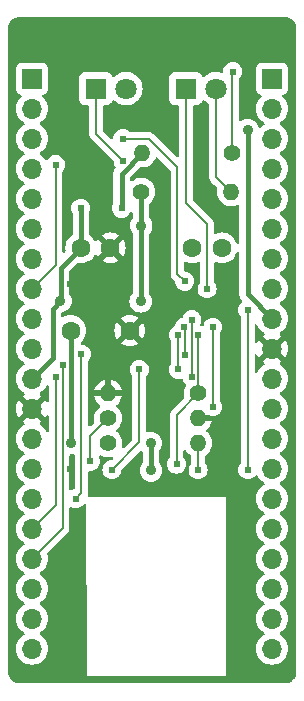
<source format=gbl>
%TF.GenerationSoftware,KiCad,Pcbnew,7.0.5*%
%TF.CreationDate,2023-10-28T22:09:15+09:00*%
%TF.ProjectId,EMUZ80PIC_SD_MK3.2,454d555a-3830-4504-9943-5f53445f4d4b,3.2*%
%TF.SameCoordinates,PX7aa1f66PY7f075e2*%
%TF.FileFunction,Copper,L2,Bot*%
%TF.FilePolarity,Positive*%
%FSLAX46Y46*%
G04 Gerber Fmt 4.6, Leading zero omitted, Abs format (unit mm)*
G04 Created by KiCad (PCBNEW 7.0.5) date 2023-10-28 22:09:15*
%MOMM*%
%LPD*%
G01*
G04 APERTURE LIST*
%TA.AperFunction,ComponentPad*%
%ADD10C,1.600000*%
%TD*%
%TA.AperFunction,ComponentPad*%
%ADD11C,1.400000*%
%TD*%
%TA.AperFunction,ComponentPad*%
%ADD12O,1.400000X1.400000*%
%TD*%
%TA.AperFunction,ComponentPad*%
%ADD13R,1.800000X1.800000*%
%TD*%
%TA.AperFunction,ComponentPad*%
%ADD14C,1.800000*%
%TD*%
%TA.AperFunction,ComponentPad*%
%ADD15R,1.700000X1.700000*%
%TD*%
%TA.AperFunction,ComponentPad*%
%ADD16O,1.700000X1.700000*%
%TD*%
%TA.AperFunction,ViaPad*%
%ADD17C,0.605000*%
%TD*%
%TA.AperFunction,ViaPad*%
%ADD18C,0.900000*%
%TD*%
%TA.AperFunction,Conductor*%
%ADD19C,0.400000*%
%TD*%
%TA.AperFunction,Conductor*%
%ADD20C,0.152400*%
%TD*%
G04 APERTURE END LIST*
D10*
X6449400Y37174400D03*
X8949400Y37174400D03*
D11*
X19280000Y45210000D03*
D12*
X11660000Y45210000D03*
D13*
X15350200Y50661800D03*
D14*
X17890200Y50661800D03*
D11*
X8770000Y22760000D03*
D12*
X16390000Y22760000D03*
D11*
X16390000Y24860000D03*
D12*
X8770000Y24860000D03*
D10*
X18402200Y37174400D03*
X15902200Y37174400D03*
D11*
X11560000Y41910000D03*
D12*
X19180000Y41910000D03*
D13*
X7730200Y50661800D03*
D14*
X10270200Y50661800D03*
D11*
X8760000Y20650000D03*
D12*
X16380000Y20650000D03*
D10*
X5600000Y30164000D03*
X10600000Y30164000D03*
D15*
X2320000Y51500000D03*
D16*
X2320000Y48960000D03*
X2320000Y46420000D03*
X2320000Y43880000D03*
X2320000Y41340000D03*
X2320000Y38800000D03*
X2320000Y36260000D03*
X2320000Y33720000D03*
X2320000Y31180000D03*
X2320000Y28640000D03*
X2320000Y26100000D03*
X2320000Y23560000D03*
X2320000Y21020000D03*
X2320000Y18480000D03*
X2320000Y15940000D03*
X2320000Y13400000D03*
X2320000Y10860000D03*
X2320000Y8320000D03*
X2320000Y5780000D03*
X2320000Y3240000D03*
D15*
X22640000Y51500000D03*
D16*
X22640000Y48960000D03*
X22640000Y46420000D03*
X22640000Y43880000D03*
X22640000Y41340000D03*
X22640000Y38800000D03*
X22640000Y36260000D03*
X22640000Y33720000D03*
X22640000Y31180000D03*
X22640000Y28640000D03*
X22640000Y26100000D03*
X22640000Y23560000D03*
X22640000Y21020000D03*
X22640000Y18480000D03*
X22640000Y15940000D03*
X22640000Y13400000D03*
X22640000Y10860000D03*
X22640000Y8320000D03*
X22640000Y5780000D03*
X22640000Y3240000D03*
D17*
X9160000Y53510000D03*
X16720000Y53440000D03*
X10150000Y34450000D03*
X5570000Y34140000D03*
X8720000Y29720000D03*
X16220000Y32600000D03*
X4600000Y4920000D03*
X20200000Y5230000D03*
X20200000Y9860000D03*
X5580000Y9830000D03*
X10540000Y18210000D03*
X5560000Y18460000D03*
X9490000Y39110000D03*
X5330000Y39330000D03*
X13150000Y37190000D03*
X19200000Y39510000D03*
X13120000Y40300000D03*
X12890000Y43580000D03*
X20470000Y49190000D03*
X12500000Y49150000D03*
X5050000Y49080000D03*
X4840000Y51350000D03*
X19060000Y26280000D03*
X18650000Y19980000D03*
X13010000Y22600000D03*
X12980000Y24900000D03*
D18*
X18910000Y21610000D03*
X4730000Y32680000D03*
X19810000Y15440000D03*
D17*
X6450000Y40530000D03*
D18*
X20580000Y47150000D03*
D17*
X9900000Y40530000D03*
X15250000Y34347997D03*
X10000000Y46420000D03*
X4310000Y44230000D03*
X15210000Y30470000D03*
X15240000Y28130000D03*
X6510000Y28170000D03*
X6050000Y15940000D03*
X15860000Y31090000D03*
X15859400Y26260000D03*
X4340000Y26260000D03*
X4910000Y27250000D03*
X20590000Y31940000D03*
X20590000Y18380000D03*
X16380000Y18380000D03*
X16390000Y29800000D03*
X14555057Y18860560D03*
D18*
X12390000Y18330000D03*
X12390000Y20650000D03*
X11560000Y39060000D03*
X5590000Y20650000D03*
X11520000Y32650000D03*
D17*
X17630000Y23730000D03*
X7260000Y19110000D03*
X17630000Y30450000D03*
X17140000Y33710000D03*
X10030000Y44555600D03*
X14690000Y26880000D03*
X14690000Y29790000D03*
X9080000Y18390000D03*
X11400000Y26880000D03*
X19320000Y52100000D03*
D19*
X4740000Y32690000D02*
X4740000Y35465000D01*
X4740000Y35465000D02*
X6449400Y37174400D01*
X4070000Y27850000D02*
X4070000Y32020000D01*
X4070000Y32020000D02*
X4730000Y32680000D01*
X9900000Y40530000D02*
X9900000Y43450000D01*
X6449400Y40529400D02*
X6450000Y40530000D01*
X20580000Y33240000D02*
X20580000Y47150000D01*
X2320000Y26100000D02*
X4070000Y27850000D01*
X6449400Y37174400D02*
X6449400Y40529400D01*
X22640000Y31180000D02*
X20580000Y33240000D01*
X9900000Y43450000D02*
X11660000Y45210000D01*
D20*
X15250000Y34347997D02*
X14629852Y34968145D01*
X12190000Y46420000D02*
X10000000Y46420000D01*
X14629852Y34968145D02*
X14629852Y43980148D01*
X14629852Y43980148D02*
X12190000Y46420000D01*
X4310000Y35710000D02*
X2320000Y33720000D01*
X4310000Y44230000D02*
X4310000Y35710000D01*
X15240000Y28130000D02*
X15240000Y30440000D01*
X6510000Y16400000D02*
X6510000Y28170000D01*
X6050000Y15940000D02*
X6510000Y16400000D01*
X15859400Y26260000D02*
X15859400Y31089400D01*
X4340000Y15420000D02*
X4340000Y26260000D01*
X2320000Y13400000D02*
X4340000Y15420000D01*
X2320000Y10860000D02*
X4910000Y13450000D01*
X4910000Y13450000D02*
X4910000Y27250000D01*
X17890200Y50661800D02*
X17890200Y43199800D01*
X17890200Y43199800D02*
X19180000Y41910000D01*
X20590000Y20650000D02*
X20590000Y31940000D01*
X20590000Y18380000D02*
X20590000Y20650000D01*
X16380000Y20650000D02*
X16380000Y18380000D01*
X16390000Y24860000D02*
X16390000Y29800000D01*
X14555057Y23025057D02*
X16390000Y24860000D01*
X14555057Y18860560D02*
X14555057Y23025057D01*
D19*
X11560000Y39060000D02*
X11560000Y41910000D01*
D20*
X11520000Y32650000D02*
X11560000Y32690000D01*
D19*
X11560000Y32690000D02*
X11560000Y39060000D01*
X5600400Y30164000D02*
X5600400Y20660400D01*
X12390000Y18330000D02*
X12390000Y20650000D01*
D20*
X7260000Y21250000D02*
X8770000Y22760000D01*
X7260000Y19110000D02*
X7260000Y21250000D01*
X17630000Y23730000D02*
X17630000Y30450000D01*
X15350200Y40959800D02*
X17140000Y39170000D01*
X17140000Y39170000D02*
X17140000Y33710000D01*
X15350200Y50661800D02*
X15350200Y40959800D01*
X7730200Y46855400D02*
X7730200Y50661800D01*
X10030000Y44555600D02*
X7730200Y46855400D01*
X14690000Y26880000D02*
X14690000Y29790000D01*
X11400000Y20710000D02*
X11400000Y26880000D01*
X9080000Y18390000D02*
X11400000Y20710000D01*
X19280000Y52060000D02*
X19280000Y45210000D01*
%TA.AperFunction,Conductor*%
G36*
X5782707Y19712414D02*
G01*
X5843144Y19712967D01*
X5902265Y19675733D01*
X5931871Y19612446D01*
X5933300Y19593675D01*
X5933300Y16837889D01*
X5913615Y16770850D01*
X5860811Y16725095D01*
X5850255Y16720847D01*
X5699386Y16668056D01*
X5676671Y16653783D01*
X5609434Y16634784D01*
X5542599Y16655153D01*
X5497385Y16708421D01*
X5486700Y16758778D01*
X5486700Y19572340D01*
X5506385Y19639379D01*
X5559189Y19685134D01*
X5598544Y19695743D01*
X5776331Y19713253D01*
X5776330Y19713253D01*
X5782304Y19714441D01*
X5782707Y19712414D01*
G37*
%TD.AperFunction*%
%TA.AperFunction,Conductor*%
G36*
X3434925Y22798627D02*
G01*
X3434926Y22798627D01*
X3493598Y22882418D01*
X3493602Y22882426D01*
X3526918Y22953871D01*
X3573090Y23006311D01*
X3640283Y23025463D01*
X3707165Y23005248D01*
X3752499Y22952082D01*
X3763300Y22901467D01*
X3763300Y21679717D01*
X3743615Y21612678D01*
X3690811Y21566923D01*
X3621653Y21556979D01*
X3558097Y21586004D01*
X3526918Y21627312D01*
X3494035Y21697829D01*
X3494034Y21697831D01*
X3358494Y21891403D01*
X3191402Y22058494D01*
X3191401Y22058495D01*
X3005405Y22188731D01*
X2961781Y22243308D01*
X2954588Y22312807D01*
X2986110Y22375161D01*
X3005405Y22391881D01*
X3081373Y22445075D01*
X2452533Y23073914D01*
X2462315Y23075320D01*
X2593100Y23135048D01*
X2701761Y23229202D01*
X2779493Y23350156D01*
X2803076Y23430476D01*
X3434925Y22798627D01*
G37*
%TD.AperFunction*%
%TA.AperFunction,Conductor*%
G36*
X3707165Y25544065D02*
G01*
X3752499Y25490899D01*
X3763300Y25440284D01*
X3763300Y24218533D01*
X3743615Y24151494D01*
X3690811Y24105739D01*
X3621653Y24095795D01*
X3558097Y24124820D01*
X3526918Y24166128D01*
X3493600Y24237577D01*
X3493599Y24237579D01*
X3434925Y24321374D01*
X3434925Y24321375D01*
X2803076Y23689525D01*
X2779493Y23769844D01*
X2701761Y23890798D01*
X2593100Y23984952D01*
X2462315Y24044680D01*
X2452532Y24046087D01*
X3081373Y24674927D01*
X3081373Y24674928D01*
X3005405Y24728120D01*
X2961780Y24782696D01*
X2954586Y24852195D01*
X2986108Y24914549D01*
X3005399Y24931266D01*
X3191401Y25061505D01*
X3358495Y25228599D01*
X3494035Y25422170D01*
X3526918Y25492689D01*
X3573090Y25545128D01*
X3640283Y25564280D01*
X3707165Y25544065D01*
G37*
%TD.AperFunction*%
%TA.AperFunction,Conductor*%
G36*
X22180507Y28430156D02*
G01*
X22258239Y28309202D01*
X22366900Y28215048D01*
X22497685Y28155320D01*
X22507466Y28153914D01*
X21878625Y27525075D01*
X21954594Y27471881D01*
X21998219Y27417304D01*
X22005413Y27347806D01*
X21973890Y27285451D01*
X21954595Y27268731D01*
X21768594Y27138492D01*
X21601505Y26971403D01*
X21465965Y26777831D01*
X21465964Y26777829D01*
X21403082Y26642977D01*
X21356910Y26590538D01*
X21289716Y26571386D01*
X21222835Y26591602D01*
X21177500Y26644767D01*
X21166700Y26695382D01*
X21166700Y28045803D01*
X21186385Y28112842D01*
X21239189Y28158597D01*
X21308347Y28168541D01*
X21371903Y28139516D01*
X21403082Y28098208D01*
X21466400Y27962421D01*
X21466402Y27962417D01*
X21525072Y27878627D01*
X21525073Y27878627D01*
X22156923Y28510477D01*
X22180507Y28430156D01*
G37*
%TD.AperFunction*%
%TA.AperFunction,Conductor*%
G36*
X21371903Y30678332D02*
G01*
X21403080Y30637027D01*
X21453894Y30528056D01*
X21465965Y30502170D01*
X21465967Y30502166D01*
X21544087Y30390600D01*
X21601505Y30308599D01*
X21768599Y30141505D01*
X21915203Y30038852D01*
X21954594Y30011270D01*
X21998218Y29956693D01*
X22005411Y29887194D01*
X21973889Y29824840D01*
X21954593Y29808120D01*
X21878626Y29754929D01*
X21878625Y29754927D01*
X22507466Y29126087D01*
X22497685Y29124680D01*
X22366900Y29064952D01*
X22258239Y28970798D01*
X22180507Y28849844D01*
X22156923Y28769525D01*
X21525073Y29401375D01*
X21525072Y29401375D01*
X21466401Y29317581D01*
X21403082Y29181793D01*
X21356909Y29129354D01*
X21289716Y29110202D01*
X21222835Y29130418D01*
X21177500Y29183583D01*
X21166700Y29234198D01*
X21166700Y30584619D01*
X21186385Y30651658D01*
X21239189Y30697413D01*
X21308347Y30707357D01*
X21371903Y30678332D01*
G37*
%TD.AperFunction*%
%TA.AperFunction,Conductor*%
G36*
X16898263Y49661808D02*
G01*
X16930066Y49636957D01*
X16937502Y49628880D01*
X16938415Y49627888D01*
X16938422Y49627882D01*
X17121565Y49485336D01*
X17121576Y49485329D01*
X17248517Y49416632D01*
X17298108Y49367413D01*
X17313500Y49307577D01*
X17313500Y43241665D01*
X17312969Y43233564D01*
X17308524Y43199802D01*
X17308524Y43199799D01*
X17328343Y43049253D01*
X17328344Y43049251D01*
X17386453Y42908963D01*
X17438215Y42841505D01*
X17478890Y42788496D01*
X17478891Y42788495D01*
X17478893Y42788493D01*
X17496179Y42775229D01*
X17505911Y42767761D01*
X17512006Y42762417D01*
X17749278Y42525145D01*
X17976140Y42298283D01*
X18009625Y42236960D01*
X18007726Y42176671D01*
X17994885Y42131537D01*
X17994884Y42131535D01*
X17974357Y41910001D01*
X17974357Y41910000D01*
X17994884Y41688465D01*
X17994885Y41688463D01*
X18055769Y41474477D01*
X18055775Y41474462D01*
X18154938Y41275317D01*
X18154943Y41275309D01*
X18289020Y41097762D01*
X18453437Y40947877D01*
X18453439Y40947875D01*
X18642595Y40830755D01*
X18642596Y40830755D01*
X18642599Y40830753D01*
X18850060Y40750382D01*
X19068757Y40709500D01*
X19068759Y40709500D01*
X19291241Y40709500D01*
X19291243Y40709500D01*
X19509940Y40750382D01*
X19710708Y40828161D01*
X19780329Y40834022D01*
X19842070Y40801312D01*
X19876325Y40740416D01*
X19879500Y40712533D01*
X19879500Y37627665D01*
X19859815Y37560626D01*
X19807011Y37514871D01*
X19737853Y37504927D01*
X19674297Y37533952D01*
X19636523Y37592730D01*
X19635725Y37595571D01*
X19633045Y37605571D01*
X19628939Y37620896D01*
X19532768Y37827134D01*
X19435039Y37966707D01*
X19402245Y38013542D01*
X19241341Y38174446D01*
X19054934Y38304968D01*
X19054932Y38304969D01*
X18848697Y38401139D01*
X18848688Y38401142D01*
X18628897Y38460034D01*
X18628893Y38460035D01*
X18628892Y38460035D01*
X18628891Y38460036D01*
X18628886Y38460036D01*
X18402202Y38479868D01*
X18402198Y38479868D01*
X18175513Y38460036D01*
X18175502Y38460034D01*
X17955711Y38401142D01*
X17955706Y38401140D01*
X17893104Y38371948D01*
X17824026Y38361457D01*
X17760243Y38389977D01*
X17722004Y38448454D01*
X17716700Y38484331D01*
X17716700Y39128139D01*
X17717231Y39136241D01*
X17721676Y39170001D01*
X17712080Y39242888D01*
X17701856Y39320548D01*
X17701856Y39320549D01*
X17656379Y39430339D01*
X17643747Y39460836D01*
X17643746Y39460837D01*
X17643746Y39460838D01*
X17551307Y39581307D01*
X17551305Y39581309D01*
X17551304Y39581310D01*
X17524283Y39602044D01*
X17518180Y39607397D01*
X15963219Y41162358D01*
X15929734Y41223681D01*
X15926900Y41250039D01*
X15926900Y49137301D01*
X15946585Y49204340D01*
X15999389Y49250095D01*
X16050900Y49261301D01*
X16298071Y49261301D01*
X16298072Y49261301D01*
X16357683Y49267709D01*
X16492531Y49318004D01*
X16607746Y49404254D01*
X16693996Y49519469D01*
X16722654Y49596307D01*
X16764526Y49652241D01*
X16829990Y49676659D01*
X16898263Y49661808D01*
G37*
%TD.AperFunction*%
%TA.AperFunction,Conductor*%
G36*
X23743391Y56699385D02*
G01*
X23752410Y56699385D01*
X23752413Y56699384D01*
X23796962Y56699385D01*
X23803041Y56699086D01*
X23909079Y56688645D01*
X23963316Y56683304D01*
X23987156Y56678562D01*
X24132496Y56634477D01*
X24154955Y56625175D01*
X24288911Y56553575D01*
X24309122Y56540070D01*
X24426528Y56443719D01*
X24443718Y56426529D01*
X24540069Y56309123D01*
X24553574Y56288912D01*
X24625174Y56154956D01*
X24634476Y56132496D01*
X24678561Y55987157D01*
X24683303Y55963316D01*
X24699085Y55803043D01*
X24699384Y55796963D01*
X24699384Y55742426D01*
X24699385Y55742413D01*
X24699499Y1302718D01*
X24699263Y1297310D01*
X24685257Y1137257D01*
X24681503Y1115971D01*
X24642025Y968649D01*
X24634632Y948337D01*
X24570170Y810107D01*
X24559362Y791390D01*
X24471878Y666455D01*
X24457983Y649896D01*
X24350125Y542045D01*
X24333569Y528153D01*
X24208637Y440678D01*
X24189917Y429871D01*
X24051673Y365411D01*
X24031362Y358019D01*
X23884042Y318548D01*
X23862754Y314795D01*
X23702017Y300737D01*
X23696613Y300501D01*
X23642424Y300501D01*
X23642412Y300500D01*
X1302717Y300500D01*
X1297311Y300736D01*
X1262620Y303772D01*
X1137249Y314743D01*
X1115964Y318497D01*
X968642Y357974D01*
X948331Y365366D01*
X810085Y429833D01*
X791367Y440641D01*
X666429Y528125D01*
X649872Y542018D01*
X542017Y649873D01*
X528124Y666430D01*
X528106Y666455D01*
X440640Y791368D01*
X429832Y810086D01*
X429822Y810107D01*
X365363Y948337D01*
X357975Y968637D01*
X318494Y1115971D01*
X314742Y1137251D01*
X314741Y1137257D01*
X300735Y1297311D01*
X300500Y1302717D01*
X300513Y3240000D01*
X964341Y3240000D01*
X984936Y3004597D01*
X984938Y3004587D01*
X1046094Y2776345D01*
X1046096Y2776341D01*
X1046097Y2776337D01*
X1145965Y2562170D01*
X1145967Y2562166D01*
X1254281Y2407479D01*
X1281505Y2368599D01*
X1448599Y2201505D01*
X1545384Y2133735D01*
X1642165Y2065968D01*
X1642167Y2065967D01*
X1642170Y2065965D01*
X1856337Y1966097D01*
X2084592Y1904937D01*
X2272918Y1888461D01*
X2319999Y1884341D01*
X2320000Y1884341D01*
X2320001Y1884341D01*
X2359234Y1887774D01*
X2555408Y1904937D01*
X2783663Y1966097D01*
X2997830Y2065965D01*
X3191401Y2201505D01*
X3358495Y2368599D01*
X3494035Y2562170D01*
X3593903Y2776337D01*
X3655063Y3004592D01*
X3675659Y3240000D01*
X3655063Y3475408D01*
X3593903Y3703663D01*
X3494035Y3917829D01*
X3358495Y4111401D01*
X3358494Y4111403D01*
X3191402Y4278494D01*
X3191396Y4278499D01*
X3005842Y4408425D01*
X2962217Y4463002D01*
X2955023Y4532500D01*
X2986546Y4594855D01*
X3005842Y4611575D01*
X3028026Y4627109D01*
X3191401Y4741505D01*
X3358495Y4908599D01*
X3494035Y5102170D01*
X3593903Y5316337D01*
X3655063Y5544592D01*
X3675659Y5780000D01*
X3655063Y6015408D01*
X3593903Y6243663D01*
X3494035Y6457829D01*
X3358495Y6651401D01*
X3358494Y6651403D01*
X3191402Y6818494D01*
X3191396Y6818499D01*
X3005842Y6948425D01*
X2962217Y7003002D01*
X2955023Y7072500D01*
X2986546Y7134855D01*
X3005842Y7151575D01*
X3028026Y7167109D01*
X3191401Y7281505D01*
X3358495Y7448599D01*
X3494035Y7642170D01*
X3593903Y7856337D01*
X3655063Y8084592D01*
X3675659Y8320000D01*
X3655063Y8555408D01*
X3593903Y8783663D01*
X3494035Y8997829D01*
X3358495Y9191401D01*
X3358494Y9191403D01*
X3191402Y9358494D01*
X3191396Y9358499D01*
X3005842Y9488425D01*
X2962217Y9543002D01*
X2955023Y9612500D01*
X2986546Y9674855D01*
X3005842Y9691575D01*
X3028026Y9707109D01*
X3191401Y9821505D01*
X3358495Y9988599D01*
X3494035Y10182170D01*
X3593903Y10396337D01*
X3655063Y10624592D01*
X3675659Y10860000D01*
X3655063Y11095408D01*
X3613559Y11250304D01*
X3615222Y11320154D01*
X3645651Y11370076D01*
X5288191Y13012616D01*
X5294281Y13017957D01*
X5321307Y13038693D01*
X5413746Y13159162D01*
X5471856Y13299451D01*
X5486700Y13412203D01*
X5486700Y13412204D01*
X5491676Y13450000D01*
X5487231Y13483764D01*
X5486700Y13491865D01*
X5486700Y15121223D01*
X5506385Y15188262D01*
X5559189Y15234017D01*
X5628347Y15243961D01*
X5676673Y15226216D01*
X5699386Y15211944D01*
X5756319Y15192023D01*
X5870185Y15152179D01*
X5870191Y15152179D01*
X5870193Y15152178D01*
X6049996Y15131919D01*
X6050000Y15131919D01*
X6050004Y15131919D01*
X6229806Y15152178D01*
X6229805Y15152178D01*
X6229815Y15152179D01*
X6400613Y15211944D01*
X6553830Y15308217D01*
X6681783Y15436170D01*
X6685285Y15441745D01*
X6737617Y15488038D01*
X6806670Y15498690D01*
X6870520Y15470319D01*
X6908895Y15411931D01*
X6914280Y15376512D01*
X6993633Y1966095D01*
X7000000Y890000D01*
X18770000Y890000D01*
X18780000Y16100000D01*
X7193410Y16100000D01*
X7126371Y16119685D01*
X7080616Y16172489D01*
X7070672Y16241647D01*
X7071107Y16243772D01*
X7071854Y16249447D01*
X7071856Y16249451D01*
X7086700Y16362203D01*
X7086700Y16362204D01*
X7091676Y16400000D01*
X7087231Y16433764D01*
X7086700Y16441865D01*
X7086700Y18182690D01*
X7106385Y18249729D01*
X7159189Y18295484D01*
X7224582Y18305910D01*
X7260000Y18301919D01*
X7260000Y18301920D01*
X7260001Y18301919D01*
X7260004Y18301919D01*
X7439806Y18322178D01*
X7439805Y18322178D01*
X7439815Y18322179D01*
X7610613Y18381944D01*
X7763830Y18478217D01*
X7891783Y18606170D01*
X7988056Y18759387D01*
X8047821Y18930185D01*
X8057838Y19019089D01*
X8068081Y19109997D01*
X8068081Y19110004D01*
X8047822Y19289807D01*
X8047821Y19289813D01*
X8047821Y19289815D01*
X8002452Y19419473D01*
X7989801Y19455627D01*
X7986240Y19525406D01*
X8020969Y19586033D01*
X8082962Y19618260D01*
X8152538Y19611854D01*
X8172120Y19602008D01*
X8222595Y19570755D01*
X8222596Y19570755D01*
X8222599Y19570753D01*
X8430060Y19490382D01*
X8648757Y19449500D01*
X8648759Y19449500D01*
X8871242Y19449500D01*
X8871243Y19449500D01*
X9034384Y19479997D01*
X9103897Y19472967D01*
X9158576Y19429470D01*
X9181059Y19363317D01*
X9164207Y19295510D01*
X9144849Y19270428D01*
X9102233Y19227812D01*
X9040910Y19194327D01*
X9028436Y19192273D01*
X8900190Y19177823D01*
X8729387Y19118057D01*
X8576169Y19021783D01*
X8448217Y18893831D01*
X8351943Y18740613D01*
X8292178Y18569813D01*
X8292177Y18569807D01*
X8271919Y18390004D01*
X8271919Y18389997D01*
X8292177Y18210194D01*
X8292178Y18210188D01*
X8351943Y18039388D01*
X8358227Y18029387D01*
X8448217Y17886170D01*
X8576170Y17758217D01*
X8729387Y17661944D01*
X8900185Y17602179D01*
X8900191Y17602179D01*
X8900193Y17602178D01*
X9079996Y17581919D01*
X9080000Y17581919D01*
X9080004Y17581919D01*
X9259806Y17602178D01*
X9259805Y17602178D01*
X9259815Y17602179D01*
X9430613Y17661944D01*
X9583830Y17758217D01*
X9711783Y17886170D01*
X9808056Y18039387D01*
X9840639Y18132504D01*
X9867819Y18210178D01*
X9867822Y18210191D01*
X9882271Y18338436D01*
X9909337Y18402851D01*
X9917800Y18412225D01*
X11477818Y19972243D01*
X11539142Y20005728D01*
X11608834Y20000744D01*
X11664767Y19958872D01*
X11689184Y19893408D01*
X11689500Y19884562D01*
X11689500Y19019089D01*
X11669815Y18952050D01*
X11661353Y18940424D01*
X11595864Y18860627D01*
X11595862Y18860624D01*
X11507604Y18695503D01*
X11453253Y18516334D01*
X11453252Y18516332D01*
X11434901Y18330001D01*
X11453252Y18143669D01*
X11453253Y18143667D01*
X11507604Y17964498D01*
X11595862Y17799377D01*
X11595864Y17799374D01*
X11714642Y17654643D01*
X11859373Y17535865D01*
X11859376Y17535863D01*
X12024497Y17447605D01*
X12024499Y17447604D01*
X12203666Y17393254D01*
X12203668Y17393253D01*
X12220374Y17391608D01*
X12390000Y17374901D01*
X12576331Y17393253D01*
X12755501Y17447604D01*
X12920625Y17535864D01*
X13065357Y17654643D01*
X13184136Y17799375D01*
X13272396Y17964499D01*
X13326747Y18143669D01*
X13345099Y18330000D01*
X13326747Y18516331D01*
X13272396Y18695501D01*
X13261752Y18715414D01*
X13184173Y18860557D01*
X13746976Y18860557D01*
X13767234Y18680754D01*
X13767235Y18680748D01*
X13827000Y18509948D01*
X13846938Y18478217D01*
X13923274Y18356730D01*
X14051227Y18228777D01*
X14204444Y18132504D01*
X14375242Y18072739D01*
X14375248Y18072739D01*
X14375250Y18072738D01*
X14555053Y18052479D01*
X14555057Y18052479D01*
X14555061Y18052479D01*
X14734863Y18072738D01*
X14734862Y18072738D01*
X14734872Y18072739D01*
X14905670Y18132504D01*
X15058887Y18228777D01*
X15186840Y18356730D01*
X15283113Y18509947D01*
X15342878Y18680745D01*
X15348497Y18730613D01*
X15363138Y18860557D01*
X15363138Y18860564D01*
X15342879Y19040367D01*
X15342878Y19040373D01*
X15342878Y19040375D01*
X15283113Y19211173D01*
X15186840Y19364390D01*
X15186838Y19364393D01*
X15168074Y19383157D01*
X15134590Y19444480D01*
X15131757Y19470836D01*
X15131757Y19940890D01*
X15151442Y20007929D01*
X15204246Y20053684D01*
X15273404Y20063628D01*
X15336960Y20034603D01*
X15354711Y20015617D01*
X15489020Y19837762D01*
X15653434Y19687879D01*
X15653436Y19687878D01*
X15653438Y19687876D01*
X15744580Y19631444D01*
X15791213Y19579419D01*
X15803300Y19526019D01*
X15803300Y18990276D01*
X15783615Y18923237D01*
X15766983Y18902597D01*
X15748217Y18883831D01*
X15651943Y18730613D01*
X15592178Y18559813D01*
X15592177Y18559807D01*
X15571919Y18380004D01*
X15571919Y18379997D01*
X15592177Y18200194D01*
X15592178Y18200188D01*
X15651943Y18029388D01*
X15731056Y17903481D01*
X15748217Y17876170D01*
X15876170Y17748217D01*
X16029387Y17651944D01*
X16200185Y17592179D01*
X16200191Y17592179D01*
X16200193Y17592178D01*
X16379996Y17571919D01*
X16380000Y17571919D01*
X16380004Y17571919D01*
X16559806Y17592178D01*
X16559805Y17592178D01*
X16559815Y17592179D01*
X16730613Y17651944D01*
X16883830Y17748217D01*
X17011783Y17876170D01*
X17108056Y18029387D01*
X17167821Y18200185D01*
X17168949Y18210194D01*
X17188081Y18379997D01*
X17188081Y18380004D01*
X17167822Y18559807D01*
X17167821Y18559813D01*
X17167821Y18559815D01*
X17108056Y18730613D01*
X17011783Y18883830D01*
X17011779Y18883834D01*
X16993017Y18902597D01*
X16959533Y18963920D01*
X16956700Y18990276D01*
X16956700Y19526019D01*
X16976385Y19593058D01*
X17015418Y19631443D01*
X17106562Y19687876D01*
X17270981Y19837764D01*
X17405058Y20015311D01*
X17504229Y20214472D01*
X17565115Y20428464D01*
X17585643Y20650000D01*
X17565115Y20871536D01*
X17504229Y21085528D01*
X17456877Y21180624D01*
X17405061Y21284684D01*
X17405056Y21284692D01*
X17270979Y21462239D01*
X17109626Y21609331D01*
X17073344Y21669042D01*
X17075105Y21738890D01*
X17112468Y21793928D01*
X17112024Y21794415D01*
X17114056Y21796269D01*
X17114348Y21796697D01*
X17115674Y21797744D01*
X17280608Y21948100D01*
X17414631Y22125575D01*
X17513760Y22324651D01*
X17566495Y22510000D01*
X16635581Y22510000D01*
X16687060Y22565921D01*
X16733982Y22672892D01*
X16743628Y22789302D01*
X16714953Y22902538D01*
X16651064Y23000327D01*
X16638636Y23010000D01*
X17235294Y23010000D01*
X17276248Y23003042D01*
X17309817Y22991296D01*
X17450185Y22942179D01*
X17450191Y22942179D01*
X17450193Y22942178D01*
X17629996Y22921919D01*
X17630000Y22921919D01*
X17630004Y22921919D01*
X17809806Y22942178D01*
X17809805Y22942178D01*
X17809815Y22942179D01*
X17980613Y23001944D01*
X18133830Y23098217D01*
X18261783Y23226170D01*
X18358056Y23379387D01*
X18417821Y23550185D01*
X18438081Y23730000D01*
X18430711Y23795408D01*
X18417822Y23909807D01*
X18417821Y23909813D01*
X18417821Y23909815D01*
X18358056Y24080613D01*
X18261783Y24233830D01*
X18243019Y24252594D01*
X18209534Y24313917D01*
X18206700Y24340275D01*
X18206700Y29839725D01*
X18226385Y29906764D01*
X18243019Y29927406D01*
X18248113Y29932500D01*
X18261783Y29946170D01*
X18358056Y30099387D01*
X18417821Y30270185D01*
X18423920Y30324316D01*
X18438081Y30449997D01*
X18438081Y30450004D01*
X18417822Y30629807D01*
X18417821Y30629813D01*
X18417821Y30629815D01*
X18358056Y30800613D01*
X18261783Y30953830D01*
X18133830Y31081783D01*
X18002910Y31164046D01*
X17980612Y31178057D01*
X17809812Y31237822D01*
X17809806Y31237823D01*
X17630004Y31258081D01*
X17629996Y31258081D01*
X17450193Y31237823D01*
X17450187Y31237822D01*
X17279387Y31178057D01*
X17126169Y31081783D01*
X16998217Y30953831D01*
X16901943Y30800613D01*
X16840332Y30624536D01*
X16799610Y30567759D01*
X16734657Y30542012D01*
X16682336Y30548448D01*
X16680287Y30549165D01*
X16653462Y30558552D01*
X16596687Y30599273D01*
X16570939Y30664225D01*
X16584395Y30732787D01*
X16587421Y30738070D01*
X16588051Y30739381D01*
X16588056Y30739387D01*
X16647821Y30910185D01*
X16658295Y31003142D01*
X16668081Y31089997D01*
X16668081Y31090004D01*
X16647822Y31269807D01*
X16647821Y31269813D01*
X16647821Y31269815D01*
X16588056Y31440613D01*
X16491783Y31593830D01*
X16363830Y31721783D01*
X16302709Y31760188D01*
X16210612Y31818057D01*
X16039812Y31877822D01*
X16039806Y31877823D01*
X15860004Y31898081D01*
X15859996Y31898081D01*
X15680193Y31877823D01*
X15680187Y31877822D01*
X15509387Y31818057D01*
X15356169Y31721783D01*
X15228217Y31593831D01*
X15131942Y31440611D01*
X15092977Y31329256D01*
X15052255Y31272480D01*
X15016892Y31253170D01*
X14957287Y31232313D01*
X14859386Y31198056D01*
X14706169Y31101783D01*
X14578217Y30973831D01*
X14481943Y30820613D01*
X14422177Y30649810D01*
X14418845Y30620231D01*
X14391779Y30555817D01*
X14344809Y30522849D01*
X14345662Y30521078D01*
X14339391Y30518059D01*
X14186169Y30421783D01*
X14058217Y30293831D01*
X13961943Y30140613D01*
X13902178Y29969813D01*
X13902177Y29969807D01*
X13881919Y29790004D01*
X13881919Y29789997D01*
X13902177Y29610194D01*
X13902178Y29610188D01*
X13961943Y29439388D01*
X14058217Y29286170D01*
X14076981Y29267406D01*
X14110466Y29206083D01*
X14113300Y29179725D01*
X14113300Y27490277D01*
X14093615Y27423238D01*
X14076983Y27402598D01*
X14058219Y27383834D01*
X13961943Y27230613D01*
X13902178Y27059813D01*
X13902177Y27059807D01*
X13881919Y26880004D01*
X13881919Y26879997D01*
X13902177Y26700194D01*
X13902178Y26700188D01*
X13961943Y26529388D01*
X13961944Y26529387D01*
X14058217Y26376170D01*
X14186170Y26248217D01*
X14339387Y26151944D01*
X14510185Y26092179D01*
X14510191Y26092179D01*
X14510193Y26092178D01*
X14689996Y26071919D01*
X14690000Y26071919D01*
X14690004Y26071919D01*
X14869806Y26092178D01*
X14869805Y26092178D01*
X14869815Y26092179D01*
X14928789Y26112816D01*
X14998566Y26116378D01*
X15059194Y26081649D01*
X15086785Y26036729D01*
X15131344Y25909387D01*
X15227617Y25756170D01*
X15343126Y25640661D01*
X15376611Y25579338D01*
X15371627Y25509646D01*
X15366445Y25497708D01*
X15265775Y25295539D01*
X15265769Y25295524D01*
X15204885Y25081538D01*
X15204884Y25081536D01*
X15184357Y24860001D01*
X15184357Y24860000D01*
X15204884Y24638467D01*
X15204885Y24638464D01*
X15216257Y24598494D01*
X15217726Y24593333D01*
X15217138Y24523466D01*
X15186140Y24471719D01*
X14176870Y23462448D01*
X14170767Y23457097D01*
X14143751Y23436365D01*
X14108078Y23389877D01*
X14101346Y23381103D01*
X14051310Y23315896D01*
X13993201Y23175607D01*
X13993200Y23175605D01*
X13982765Y23096336D01*
X13980549Y23079500D01*
X13973381Y23025057D01*
X13976279Y23003042D01*
X13977826Y22991296D01*
X13978357Y22983194D01*
X13978357Y19470835D01*
X13958672Y19403796D01*
X13942038Y19383154D01*
X13923274Y19364391D01*
X13827000Y19211173D01*
X13767235Y19040373D01*
X13767234Y19040367D01*
X13746976Y18860564D01*
X13746976Y18860557D01*
X13184173Y18860557D01*
X13184137Y18860624D01*
X13184135Y18860627D01*
X13118647Y18940424D01*
X13091334Y19004734D01*
X13090500Y19019089D01*
X13090500Y19960912D01*
X13110185Y20027951D01*
X13118647Y20039577D01*
X13184135Y20119374D01*
X13184137Y20119377D01*
X13199760Y20148605D01*
X13272396Y20284499D01*
X13326747Y20463669D01*
X13345099Y20650000D01*
X13326747Y20836331D01*
X13272396Y21015501D01*
X13184136Y21180625D01*
X13184135Y21180627D01*
X13065357Y21325358D01*
X12920626Y21444136D01*
X12920623Y21444138D01*
X12755502Y21532396D01*
X12576333Y21586747D01*
X12576331Y21586748D01*
X12390000Y21605099D01*
X12203669Y21586748D01*
X12136694Y21566431D01*
X12066828Y21565808D01*
X12007715Y21603057D01*
X11978124Y21666351D01*
X11976700Y21685092D01*
X11976700Y26269725D01*
X11996385Y26336764D01*
X12013019Y26357406D01*
X12013018Y26357406D01*
X12031783Y26376170D01*
X12128056Y26529387D01*
X12187821Y26700185D01*
X12196569Y26777829D01*
X12208081Y26879997D01*
X12208081Y26880004D01*
X12187822Y27059807D01*
X12187821Y27059813D01*
X12187821Y27059815D01*
X12128056Y27230613D01*
X12031783Y27383830D01*
X11903830Y27511783D01*
X11761036Y27601507D01*
X11750612Y27608057D01*
X11579812Y27667822D01*
X11579806Y27667823D01*
X11400004Y27688081D01*
X11399996Y27688081D01*
X11220193Y27667823D01*
X11220187Y27667822D01*
X11049387Y27608057D01*
X10896169Y27511783D01*
X10768217Y27383831D01*
X10671943Y27230613D01*
X10612178Y27059813D01*
X10612177Y27059807D01*
X10591919Y26880004D01*
X10591919Y26879997D01*
X10612177Y26700194D01*
X10612178Y26700188D01*
X10671943Y26529388D01*
X10768217Y26376170D01*
X10786981Y26357406D01*
X10820466Y26296083D01*
X10823300Y26269725D01*
X10823300Y21000240D01*
X10803615Y20933201D01*
X10786981Y20912559D01*
X10140446Y20266024D01*
X10079123Y20232539D01*
X10009431Y20237523D01*
X9953498Y20279395D01*
X9929081Y20344859D01*
X9933498Y20387637D01*
X9945115Y20428464D01*
X9965643Y20650000D01*
X9945115Y20871536D01*
X9884229Y21085528D01*
X9836877Y21180624D01*
X9785061Y21284684D01*
X9785056Y21284692D01*
X9650979Y21462239D01*
X9490003Y21608987D01*
X9453721Y21668698D01*
X9455482Y21738545D01*
X9492790Y21793504D01*
X9492326Y21794014D01*
X9494454Y21795955D01*
X9494725Y21796353D01*
X9495959Y21797327D01*
X9496559Y21797875D01*
X9496562Y21797876D01*
X9660981Y21947764D01*
X9795058Y22125311D01*
X9894229Y22324472D01*
X9955115Y22538464D01*
X9975643Y22760000D01*
X9964322Y22882170D01*
X9955115Y22981536D01*
X9955114Y22981538D01*
X9950204Y22998794D01*
X9894229Y23195528D01*
X9878971Y23226170D01*
X9795061Y23394684D01*
X9795056Y23394692D01*
X9660981Y23572236D01*
X9500316Y23718702D01*
X9464035Y23778414D01*
X9465796Y23848261D01*
X9500317Y23901976D01*
X9660608Y24048101D01*
X9794631Y24225575D01*
X9893760Y24424651D01*
X9946495Y24610000D01*
X9015581Y24610000D01*
X9067060Y24665921D01*
X9113982Y24772892D01*
X9123628Y24889302D01*
X9094953Y25002538D01*
X9031064Y25100327D01*
X8938885Y25172072D01*
X8828405Y25210000D01*
X8740995Y25210000D01*
X8654784Y25195614D01*
X8552053Y25140019D01*
X8472940Y25054079D01*
X8426018Y24947108D01*
X8416372Y24830698D01*
X8445047Y24717462D01*
X8508936Y24619673D01*
X8521364Y24610000D01*
X7593505Y24610000D01*
X7646239Y24424651D01*
X7745368Y24225575D01*
X7879391Y24048100D01*
X8039682Y23901976D01*
X8075964Y23842265D01*
X8074203Y23772417D01*
X8039683Y23718702D01*
X7879018Y23572236D01*
X7744943Y23394692D01*
X7744938Y23394684D01*
X7645775Y23195539D01*
X7645769Y23195524D01*
X7584885Y22981538D01*
X7584884Y22981536D01*
X7564357Y22760001D01*
X7564357Y22760000D01*
X7584884Y22538467D01*
X7597726Y22493333D01*
X7597138Y22423466D01*
X7566140Y22371719D01*
X7298381Y22103959D01*
X7237058Y22070474D01*
X7167367Y22075458D01*
X7111433Y22117329D01*
X7087016Y22182794D01*
X7086700Y22191640D01*
X7086700Y25110000D01*
X7593505Y25110000D01*
X8520000Y25110000D01*
X8520000Y26034054D01*
X9020000Y26034054D01*
X9020000Y25110000D01*
X9946495Y25110000D01*
X9893760Y25295350D01*
X9794631Y25494426D01*
X9660608Y25671901D01*
X9496261Y25821722D01*
X9307179Y25938798D01*
X9307177Y25938799D01*
X9099799Y26019136D01*
X9020000Y26034054D01*
X8520000Y26034054D01*
X8440200Y26019136D01*
X8232822Y25938799D01*
X8232820Y25938798D01*
X8043738Y25821722D01*
X7879391Y25671901D01*
X7745368Y25494426D01*
X7646239Y25295350D01*
X7593505Y25110000D01*
X7086700Y25110000D01*
X7086700Y27559725D01*
X7106385Y27626764D01*
X7123021Y27647408D01*
X7141782Y27666169D01*
X7142821Y27667822D01*
X7238056Y27819387D01*
X7297821Y27990185D01*
X7311641Y28112842D01*
X7318081Y28169997D01*
X7318081Y28170004D01*
X7297822Y28349807D01*
X7297821Y28349813D01*
X7297821Y28349815D01*
X7238056Y28520613D01*
X7141783Y28673830D01*
X7013830Y28801783D01*
X6922716Y28859034D01*
X6860612Y28898057D01*
X6689812Y28957822D01*
X6689807Y28957823D01*
X6535134Y28975250D01*
X6470720Y29002317D01*
X6431165Y29059911D01*
X6429028Y29129748D01*
X6461335Y29186150D01*
X6600047Y29324861D01*
X6730568Y29511266D01*
X6826739Y29717504D01*
X6885635Y29937308D01*
X6905468Y30163998D01*
X9295034Y30163998D01*
X9314858Y29937401D01*
X9314860Y29937390D01*
X9373730Y29717683D01*
X9373734Y29717674D01*
X9469865Y29511519D01*
X9469866Y29511517D01*
X9520973Y29438529D01*
X9520973Y29438528D01*
X10202046Y30119601D01*
X10214835Y30038852D01*
X10272359Y29925955D01*
X10361955Y29836359D01*
X10474852Y29778835D01*
X10555599Y29766047D01*
X9874526Y29084975D01*
X9874526Y29084974D01*
X9947512Y29033869D01*
X9947516Y29033867D01*
X10153673Y28937735D01*
X10153682Y28937731D01*
X10373389Y28878861D01*
X10373400Y28878859D01*
X10599998Y28859034D01*
X10600002Y28859034D01*
X10826599Y28878859D01*
X10826610Y28878861D01*
X11046317Y28937731D01*
X11046331Y28937736D01*
X11252478Y29033864D01*
X11325472Y29084975D01*
X10644401Y29766047D01*
X10725148Y29778835D01*
X10838045Y29836359D01*
X10927641Y29925955D01*
X10985165Y30038852D01*
X10997953Y30119600D01*
X11679025Y29438528D01*
X11730136Y29511522D01*
X11826264Y29717669D01*
X11826269Y29717683D01*
X11885139Y29937390D01*
X11885141Y29937401D01*
X11904966Y30163998D01*
X11904966Y30164003D01*
X11885141Y30390600D01*
X11885139Y30390611D01*
X11826269Y30610318D01*
X11826265Y30610327D01*
X11730133Y30816484D01*
X11730131Y30816488D01*
X11679026Y30889474D01*
X11679025Y30889474D01*
X10997953Y30208402D01*
X10985165Y30289148D01*
X10927641Y30402045D01*
X10838045Y30491641D01*
X10725148Y30549165D01*
X10644400Y30561954D01*
X11325472Y31243026D01*
X11325471Y31243027D01*
X11252483Y31294134D01*
X11252481Y31294135D01*
X11046326Y31390266D01*
X11046317Y31390270D01*
X10826610Y31449140D01*
X10826599Y31449142D01*
X10600002Y31468966D01*
X10599998Y31468966D01*
X10373400Y31449142D01*
X10373389Y31449140D01*
X10153682Y31390270D01*
X10153673Y31390266D01*
X9947513Y31294132D01*
X9874527Y31243028D01*
X9874526Y31243027D01*
X10555600Y30561954D01*
X10474852Y30549165D01*
X10361955Y30491641D01*
X10272359Y30402045D01*
X10214835Y30289148D01*
X10202046Y30208402D01*
X9520973Y30889474D01*
X9469868Y30816487D01*
X9373734Y30610327D01*
X9373730Y30610318D01*
X9314860Y30390611D01*
X9314858Y30390600D01*
X9295034Y30164003D01*
X9295034Y30163998D01*
X6905468Y30163998D01*
X6905468Y30164000D01*
X6885635Y30390692D01*
X6826739Y30610496D01*
X6730568Y30816734D01*
X6620569Y30973830D01*
X6600045Y31003142D01*
X6439141Y31164046D01*
X6252734Y31294568D01*
X6252732Y31294569D01*
X6046497Y31390739D01*
X6046488Y31390742D01*
X5826697Y31449634D01*
X5826693Y31449635D01*
X5826692Y31449635D01*
X5826691Y31449636D01*
X5826686Y31449636D01*
X5600002Y31469468D01*
X5599998Y31469468D01*
X5373313Y31449636D01*
X5373302Y31449634D01*
X5153511Y31390742D01*
X5153502Y31390738D01*
X4946904Y31294400D01*
X4877826Y31283908D01*
X4814042Y31312428D01*
X4775803Y31370905D01*
X4770499Y31406782D01*
X4770499Y31449636D01*
X4770499Y31616506D01*
X4790184Y31683542D01*
X4842988Y31729297D01*
X4882344Y31739906D01*
X4916331Y31743253D01*
X5095501Y31797604D01*
X5260625Y31885864D01*
X5405357Y32004643D01*
X5524136Y32149375D01*
X5612396Y32314499D01*
X5666747Y32493669D01*
X5685099Y32680000D01*
X5666747Y32866331D01*
X5666746Y32866333D01*
X5666746Y32866334D01*
X5664135Y32874940D01*
X5612396Y33045501D01*
X5612395Y33045503D01*
X5524137Y33210624D01*
X5524135Y33210627D01*
X5468647Y33278239D01*
X5441334Y33342549D01*
X5440500Y33356904D01*
X5440500Y35123482D01*
X5460185Y35190521D01*
X5476819Y35211163D01*
X5790543Y35524887D01*
X6119030Y35853375D01*
X6180351Y35886858D01*
X6217517Y35889220D01*
X6222703Y35888767D01*
X6222708Y35888765D01*
X6427663Y35870834D01*
X6449399Y35868932D01*
X6449400Y35868932D01*
X6449402Y35868932D01*
X6506073Y35873891D01*
X6676092Y35888765D01*
X6895896Y35947661D01*
X7102134Y36043832D01*
X7288539Y36174353D01*
X7449447Y36335261D01*
X7579968Y36521666D01*
X7587293Y36537377D01*
X7633462Y36589814D01*
X7700654Y36608968D01*
X7767536Y36588755D01*
X7812057Y36537377D01*
X7819265Y36521919D01*
X7819266Y36521917D01*
X7870373Y36448929D01*
X7870374Y36448928D01*
X8551446Y37130001D01*
X8564235Y37049252D01*
X8621759Y36936355D01*
X8711355Y36846759D01*
X8824252Y36789235D01*
X8904999Y36776447D01*
X8223926Y36095375D01*
X8223926Y36095374D01*
X8296912Y36044269D01*
X8296916Y36044267D01*
X8503073Y35948135D01*
X8503082Y35948131D01*
X8722789Y35889261D01*
X8722800Y35889259D01*
X8949398Y35869434D01*
X8949402Y35869434D01*
X9175999Y35889259D01*
X9176010Y35889261D01*
X9395717Y35948131D01*
X9395731Y35948136D01*
X9601878Y36044264D01*
X9674872Y36095375D01*
X8993801Y36776447D01*
X9074548Y36789235D01*
X9187445Y36846759D01*
X9277041Y36936355D01*
X9334565Y37049252D01*
X9347353Y37130001D01*
X10028425Y36448928D01*
X10079536Y36521922D01*
X10175664Y36728069D01*
X10175669Y36728083D01*
X10234539Y36947790D01*
X10234541Y36947801D01*
X10254366Y37174398D01*
X10254366Y37174403D01*
X10234541Y37401000D01*
X10234539Y37401011D01*
X10175669Y37620718D01*
X10175665Y37620727D01*
X10079533Y37826884D01*
X10079531Y37826888D01*
X10028426Y37899874D01*
X10028425Y37899874D01*
X9347353Y37218803D01*
X9334565Y37299548D01*
X9277041Y37412445D01*
X9187445Y37502041D01*
X9074548Y37559565D01*
X8993800Y37572354D01*
X9674872Y38253426D01*
X9674871Y38253427D01*
X9601883Y38304534D01*
X9601881Y38304535D01*
X9395726Y38400666D01*
X9395717Y38400670D01*
X9176010Y38459540D01*
X9175999Y38459542D01*
X8949402Y38479366D01*
X8949398Y38479366D01*
X8722800Y38459542D01*
X8722789Y38459540D01*
X8503082Y38400670D01*
X8503073Y38400666D01*
X8296913Y38304532D01*
X8223927Y38253428D01*
X8223926Y38253427D01*
X8905000Y37572354D01*
X8824252Y37559565D01*
X8711355Y37502041D01*
X8621759Y37412445D01*
X8564235Y37299548D01*
X8551446Y37218801D01*
X7870373Y37899874D01*
X7870372Y37899873D01*
X7819268Y37826888D01*
X7812056Y37811421D01*
X7765882Y37758983D01*
X7698688Y37739833D01*
X7631807Y37760050D01*
X7587293Y37811424D01*
X7579968Y37827134D01*
X7508918Y37928605D01*
X7449448Y38013538D01*
X7375509Y38087477D01*
X7288539Y38174447D01*
X7202776Y38234499D01*
X7159151Y38289076D01*
X7149900Y38336074D01*
X7149900Y40098854D01*
X7168908Y40164828D01*
X7178053Y40179382D01*
X7178053Y40179383D01*
X7178056Y40179387D01*
X7237821Y40350185D01*
X7251163Y40468599D01*
X7258081Y40529997D01*
X7258081Y40530004D01*
X7237822Y40709807D01*
X7237821Y40709813D01*
X7237821Y40709815D01*
X7178056Y40880613D01*
X7081783Y41033830D01*
X6953830Y41161783D01*
X6895114Y41198677D01*
X6800612Y41258057D01*
X6629812Y41317822D01*
X6629806Y41317823D01*
X6450004Y41338081D01*
X6449996Y41338081D01*
X6270193Y41317823D01*
X6270187Y41317822D01*
X6099387Y41258057D01*
X5946169Y41161783D01*
X5818217Y41033831D01*
X5721943Y40880613D01*
X5662178Y40709813D01*
X5662177Y40709807D01*
X5641919Y40530004D01*
X5641919Y40529997D01*
X5662177Y40350194D01*
X5662178Y40350188D01*
X5721944Y40179385D01*
X5729892Y40166737D01*
X5748900Y40100763D01*
X5748900Y38336074D01*
X5729215Y38269035D01*
X5696024Y38234499D01*
X5610263Y38174449D01*
X5449351Y38013538D01*
X5318832Y37827135D01*
X5318831Y37827133D01*
X5222661Y37620898D01*
X5222658Y37620889D01*
X5163766Y37401098D01*
X5163764Y37401087D01*
X5143932Y37174402D01*
X5143932Y37174399D01*
X5164219Y36942519D01*
X5150452Y36874019D01*
X5128373Y36844032D01*
X5098381Y36814040D01*
X5037060Y36780554D01*
X4967368Y36785538D01*
X4911434Y36827408D01*
X4887016Y36892872D01*
X4886700Y36901720D01*
X4886700Y43619725D01*
X4906385Y43686764D01*
X4923019Y43707406D01*
X4932100Y43716487D01*
X4941783Y43726170D01*
X5038056Y43879387D01*
X5097821Y44050185D01*
X5105170Y44115408D01*
X5118081Y44229997D01*
X5118081Y44230004D01*
X5097822Y44409807D01*
X5097821Y44409813D01*
X5097821Y44409815D01*
X5038056Y44580613D01*
X4941783Y44733830D01*
X4813830Y44861783D01*
X4777834Y44884401D01*
X4660612Y44958057D01*
X4489812Y45017822D01*
X4489806Y45017823D01*
X4310004Y45038081D01*
X4309996Y45038081D01*
X4130193Y45017823D01*
X4130187Y45017822D01*
X3959387Y44958057D01*
X3806169Y44861783D01*
X3678217Y44733831D01*
X3678215Y44733828D01*
X3632224Y44660635D01*
X3579889Y44614344D01*
X3510835Y44603697D01*
X3446987Y44632073D01*
X3425656Y44655485D01*
X3358494Y44751403D01*
X3191402Y44918494D01*
X3191396Y44918499D01*
X3005842Y45048425D01*
X2962217Y45103002D01*
X2955023Y45172500D01*
X2986546Y45234855D01*
X3005842Y45251575D01*
X3137014Y45343423D01*
X3191401Y45381505D01*
X3358495Y45548599D01*
X3494035Y45742170D01*
X3593903Y45956337D01*
X3655063Y46184592D01*
X3675659Y46420000D01*
X3675581Y46420886D01*
X3655063Y46655404D01*
X3655063Y46655408D01*
X3593903Y46883663D01*
X3494035Y47097829D01*
X3479015Y47119281D01*
X3358494Y47291403D01*
X3191402Y47458494D01*
X3191396Y47458499D01*
X3005842Y47588425D01*
X2962217Y47643002D01*
X2955023Y47712500D01*
X2986546Y47774855D01*
X3005842Y47791575D01*
X3028026Y47807109D01*
X3191401Y47921505D01*
X3358495Y48088599D01*
X3494035Y48282170D01*
X3593903Y48496337D01*
X3655063Y48724592D01*
X3675659Y48960000D01*
X3655063Y49195408D01*
X3606979Y49374862D01*
X3593905Y49423656D01*
X3593904Y49423657D01*
X3593903Y49423663D01*
X3494035Y49637829D01*
X3440749Y49713930D01*
X6329700Y49713930D01*
X6329701Y49713924D01*
X6336108Y49654317D01*
X6386402Y49519472D01*
X6386406Y49519465D01*
X6472652Y49404256D01*
X6472655Y49404253D01*
X6587864Y49318007D01*
X6587871Y49318003D01*
X6615825Y49307577D01*
X6722717Y49267709D01*
X6782327Y49261300D01*
X7029501Y49261301D01*
X7096539Y49241617D01*
X7142294Y49188813D01*
X7153500Y49137301D01*
X7153500Y46897265D01*
X7152969Y46889164D01*
X7148524Y46855402D01*
X7148524Y46855400D01*
X7152825Y46822727D01*
X7152829Y46822696D01*
X7153500Y46817604D01*
X7153500Y46817603D01*
X7168344Y46704852D01*
X7168344Y46704851D01*
X7226452Y46564565D01*
X7226453Y46564563D01*
X7226454Y46564562D01*
X7318893Y46444093D01*
X7336762Y46430382D01*
X7345911Y46423361D01*
X7352006Y46418017D01*
X8300193Y45469830D01*
X9192188Y44577835D01*
X9225673Y44516512D01*
X9227727Y44504038D01*
X9242177Y44375791D01*
X9301943Y44204988D01*
X9387037Y44069562D01*
X9406037Y44002325D01*
X9385669Y43935490D01*
X9374863Y43921368D01*
X9371819Y43917932D01*
X9336586Y43866891D01*
X9334368Y43863876D01*
X9296124Y43815061D01*
X9296119Y43815052D01*
X9291960Y43805812D01*
X9280942Y43786277D01*
X9275187Y43777939D01*
X9275183Y43777933D01*
X9275182Y43777930D01*
X9275180Y43777926D01*
X9275179Y43777923D01*
X9253189Y43719945D01*
X9251757Y43716487D01*
X9226305Y43659932D01*
X9224477Y43649958D01*
X9218453Y43628347D01*
X9214860Y43618873D01*
X9214859Y43618872D01*
X9207384Y43557315D01*
X9206821Y43553614D01*
X9195642Y43492610D01*
X9195642Y43492605D01*
X9199387Y43430698D01*
X9199500Y43426953D01*
X9199500Y40960193D01*
X9180494Y40894222D01*
X9171944Y40880616D01*
X9112178Y40709813D01*
X9112177Y40709807D01*
X9091919Y40530004D01*
X9091919Y40529997D01*
X9112177Y40350194D01*
X9112178Y40350188D01*
X9171943Y40179388D01*
X9240677Y40070000D01*
X9268217Y40026170D01*
X9396170Y39898217D01*
X9549387Y39801944D01*
X9720185Y39742179D01*
X9720191Y39742179D01*
X9720193Y39742178D01*
X9899996Y39721919D01*
X9900000Y39721919D01*
X9900004Y39721919D01*
X10079806Y39742178D01*
X10079805Y39742178D01*
X10079815Y39742179D01*
X10250613Y39801944D01*
X10403830Y39898217D01*
X10531783Y40026170D01*
X10628056Y40179387D01*
X10628055Y40179387D01*
X10630506Y40183286D01*
X10682841Y40229577D01*
X10751895Y40240225D01*
X10815743Y40211850D01*
X10854115Y40153460D01*
X10859500Y40117314D01*
X10859500Y39749089D01*
X10839815Y39682050D01*
X10831353Y39670424D01*
X10765864Y39590627D01*
X10765862Y39590624D01*
X10677604Y39425503D01*
X10623253Y39246334D01*
X10623252Y39246332D01*
X10604901Y39060000D01*
X10623252Y38873669D01*
X10623253Y38873667D01*
X10677604Y38694498D01*
X10765862Y38529377D01*
X10765864Y38529374D01*
X10831353Y38449577D01*
X10858666Y38385268D01*
X10859500Y38370912D01*
X10859500Y33387829D01*
X10839815Y33320790D01*
X10831353Y33309164D01*
X10725864Y33180627D01*
X10725862Y33180624D01*
X10637604Y33015503D01*
X10583253Y32836334D01*
X10583252Y32836332D01*
X10564901Y32650001D01*
X10583252Y32463669D01*
X10583253Y32463667D01*
X10637604Y32284498D01*
X10725862Y32119377D01*
X10725864Y32119374D01*
X10844642Y31974643D01*
X10989373Y31855865D01*
X10989376Y31855863D01*
X11154497Y31767605D01*
X11154499Y31767604D01*
X11305550Y31721783D01*
X11333666Y31713254D01*
X11333668Y31713253D01*
X11350374Y31711608D01*
X11520000Y31694901D01*
X11706331Y31713253D01*
X11885501Y31767604D01*
X12050625Y31855864D01*
X12195357Y31974643D01*
X12314136Y32119375D01*
X12402396Y32284499D01*
X12456747Y32463669D01*
X12475099Y32650000D01*
X12457897Y32824651D01*
X12456747Y32836332D01*
X12456746Y32836334D01*
X12453026Y32848598D01*
X12402396Y33015501D01*
X12368874Y33078217D01*
X12314137Y33180624D01*
X12314135Y33180627D01*
X12288647Y33211684D01*
X12261334Y33275994D01*
X12260500Y33290349D01*
X12260500Y38370912D01*
X12280185Y38437951D01*
X12288647Y38449577D01*
X12354135Y38529374D01*
X12354137Y38529377D01*
X12442395Y38694498D01*
X12442396Y38694499D01*
X12496747Y38873669D01*
X12515099Y39060000D01*
X12496747Y39246331D01*
X12442396Y39425501D01*
X12410971Y39484294D01*
X12354137Y39590624D01*
X12354135Y39590627D01*
X12288647Y39670424D01*
X12261334Y39734734D01*
X12260500Y39749089D01*
X12260500Y40869366D01*
X12280185Y40936405D01*
X12300962Y40961003D01*
X12450979Y41097762D01*
X12499326Y41161783D01*
X12585058Y41275311D01*
X12684229Y41474472D01*
X12745115Y41688464D01*
X12765643Y41910000D01*
X12745115Y42131536D01*
X12684229Y42345528D01*
X12667814Y42378494D01*
X12585061Y42544684D01*
X12585056Y42544692D01*
X12450979Y42722239D01*
X12286562Y42872124D01*
X12286560Y42872126D01*
X12097404Y42989246D01*
X12097398Y42989248D01*
X12083392Y42994674D01*
X11889940Y43069618D01*
X11671243Y43110500D01*
X11448757Y43110500D01*
X11230060Y43069618D01*
X11177487Y43049251D01*
X11022601Y42989248D01*
X11022595Y42989246D01*
X10833439Y42872126D01*
X10833437Y42872124D01*
X10808037Y42848969D01*
X10745232Y42818352D01*
X10675845Y42826551D01*
X10621906Y42870962D01*
X10600539Y42937484D01*
X10600500Y42940607D01*
X10600500Y43108482D01*
X10620185Y43175521D01*
X10636819Y43196163D01*
X10997971Y43557315D01*
X11419469Y43978814D01*
X11480790Y44012297D01*
X11529932Y44013019D01*
X11548757Y44009500D01*
X11548759Y44009500D01*
X11771241Y44009500D01*
X11771243Y44009500D01*
X11989940Y44050382D01*
X12197401Y44130753D01*
X12386562Y44247876D01*
X12550981Y44397764D01*
X12685058Y44575311D01*
X12727545Y44660635D01*
X12785769Y44777564D01*
X12833272Y44828801D01*
X12900935Y44846222D01*
X12967275Y44824296D01*
X12984450Y44809973D01*
X14016834Y43777589D01*
X14050318Y43716268D01*
X14053152Y43689910D01*
X14053152Y35010010D01*
X14052621Y35001909D01*
X14048176Y34968147D01*
X14048176Y34968144D01*
X14067995Y34817598D01*
X14067996Y34817596D01*
X14126105Y34677307D01*
X14185964Y34599296D01*
X14185965Y34599296D01*
X14185966Y34599295D01*
X14218545Y34556838D01*
X14239850Y34540490D01*
X14245563Y34536106D01*
X14251658Y34530762D01*
X14336692Y34445728D01*
X14412188Y34370232D01*
X14445673Y34308909D01*
X14447727Y34296435D01*
X14462177Y34168188D01*
X14521943Y33997385D01*
X14589539Y33889807D01*
X14618217Y33844167D01*
X14746170Y33716214D01*
X14899387Y33619941D01*
X15070185Y33560176D01*
X15070191Y33560176D01*
X15070193Y33560175D01*
X15249996Y33539916D01*
X15250000Y33539916D01*
X15250004Y33539916D01*
X15429806Y33560175D01*
X15429805Y33560175D01*
X15429815Y33560176D01*
X15600613Y33619941D01*
X15753830Y33716214D01*
X15881783Y33844167D01*
X15978056Y33997384D01*
X16037821Y34168182D01*
X16039565Y34183663D01*
X16058081Y34347994D01*
X16058081Y34348001D01*
X16037822Y34527804D01*
X16037821Y34527810D01*
X16037821Y34527812D01*
X15978056Y34698610D01*
X15881783Y34851827D01*
X15753830Y34979780D01*
X15712194Y35005942D01*
X15600612Y35076054D01*
X15429809Y35135820D01*
X15316668Y35148568D01*
X15252254Y35175635D01*
X15212699Y35233230D01*
X15206552Y35271788D01*
X15206552Y35869754D01*
X15226237Y35936793D01*
X15279041Y35982548D01*
X15348199Y35992492D01*
X15382957Y35982136D01*
X15455873Y35948134D01*
X15455882Y35948131D01*
X15675589Y35889261D01*
X15675600Y35889259D01*
X15902198Y35869434D01*
X15902202Y35869434D01*
X16128799Y35889259D01*
X16128810Y35889261D01*
X16348517Y35948131D01*
X16348521Y35948133D01*
X16386894Y35966026D01*
X16455971Y35976518D01*
X16519756Y35947999D01*
X16557996Y35889523D01*
X16563300Y35853644D01*
X16563300Y34320275D01*
X16543615Y34253236D01*
X16526981Y34232594D01*
X16508217Y34213831D01*
X16411943Y34060613D01*
X16352178Y33889813D01*
X16352177Y33889807D01*
X16331919Y33710004D01*
X16331919Y33709997D01*
X16352177Y33530194D01*
X16352178Y33530188D01*
X16411943Y33359388D01*
X16476690Y33256345D01*
X16508217Y33206170D01*
X16636170Y33078217D01*
X16789387Y32981944D01*
X16960185Y32922179D01*
X16960191Y32922179D01*
X16960193Y32922178D01*
X17139996Y32901919D01*
X17140000Y32901919D01*
X17140004Y32901919D01*
X17319806Y32922178D01*
X17319805Y32922178D01*
X17319815Y32922179D01*
X17490613Y32981944D01*
X17643830Y33078217D01*
X17771783Y33206170D01*
X17868056Y33359387D01*
X17927821Y33530185D01*
X17948081Y33710000D01*
X17946954Y33720000D01*
X17927822Y33889807D01*
X17927821Y33889813D01*
X17927821Y33889815D01*
X17868056Y34060613D01*
X17771783Y34213830D01*
X17753019Y34232594D01*
X17719534Y34293917D01*
X17716700Y34320275D01*
X17716700Y35864470D01*
X17736385Y35931509D01*
X17789189Y35977264D01*
X17858347Y35987208D01*
X17893102Y35976853D01*
X17955704Y35947661D01*
X18175508Y35888765D01*
X18337430Y35874599D01*
X18402198Y35868932D01*
X18402200Y35868932D01*
X18402202Y35868932D01*
X18458873Y35873891D01*
X18628892Y35888765D01*
X18848696Y35947661D01*
X19054934Y36043832D01*
X19241339Y36174353D01*
X19402247Y36335261D01*
X19532768Y36521666D01*
X19628939Y36727904D01*
X19635724Y36753229D01*
X19672090Y36812889D01*
X19734936Y36843419D01*
X19804312Y36835125D01*
X19858190Y36790640D01*
X19879465Y36724088D01*
X19879500Y36721136D01*
X19879500Y33263049D01*
X19879387Y33259304D01*
X19876443Y33210627D01*
X19875642Y33197394D01*
X19878715Y33180625D01*
X19886821Y33136388D01*
X19887384Y33132687D01*
X19894859Y33071130D01*
X19894860Y33071126D01*
X19898451Y33061657D01*
X19904474Y33040054D01*
X19906304Y33030070D01*
X19931759Y32973510D01*
X19933189Y32970059D01*
X19955182Y32912070D01*
X19955183Y32912069D01*
X19960936Y32903734D01*
X19971961Y32884187D01*
X19976120Y32874945D01*
X19976124Y32874940D01*
X19982867Y32866333D01*
X20006372Y32836331D01*
X20014371Y32826122D01*
X20016591Y32823104D01*
X20051812Y32772076D01*
X20051815Y32772072D01*
X20061384Y32763595D01*
X20077634Y32749199D01*
X20114761Y32690013D01*
X20113995Y32620147D01*
X20083090Y32568703D01*
X19958216Y32443829D01*
X19861943Y32290613D01*
X19802178Y32119813D01*
X19802177Y32119807D01*
X19781919Y31940004D01*
X19781919Y31939997D01*
X19802177Y31760194D01*
X19802178Y31760188D01*
X19861943Y31589388D01*
X19958217Y31436170D01*
X19976981Y31417406D01*
X20010466Y31356083D01*
X20013300Y31329725D01*
X20013300Y18990277D01*
X19993615Y18923238D01*
X19976983Y18902598D01*
X19958219Y18883834D01*
X19861943Y18730613D01*
X19802178Y18559813D01*
X19802177Y18559807D01*
X19781919Y18380004D01*
X19781919Y18379997D01*
X19802177Y18200194D01*
X19802178Y18200188D01*
X19861943Y18029388D01*
X19941056Y17903481D01*
X19958217Y17876170D01*
X20086170Y17748217D01*
X20239387Y17651944D01*
X20410185Y17592179D01*
X20410191Y17592179D01*
X20410193Y17592178D01*
X20589996Y17571919D01*
X20590000Y17571919D01*
X20590004Y17571919D01*
X20769806Y17592178D01*
X20769805Y17592178D01*
X20769815Y17592179D01*
X20940613Y17651944D01*
X21093830Y17748217D01*
X21221783Y17876170D01*
X21221786Y17876176D01*
X21226126Y17881616D01*
X21227411Y17880591D01*
X21273326Y17921205D01*
X21342380Y17931855D01*
X21406229Y17903481D01*
X21438370Y17861348D01*
X21465965Y17802170D01*
X21465967Y17802166D01*
X21601501Y17608605D01*
X21601506Y17608598D01*
X21768597Y17441507D01*
X21768603Y17441502D01*
X21954158Y17311575D01*
X21997783Y17256998D01*
X22004977Y17187500D01*
X21973454Y17125145D01*
X21954158Y17108425D01*
X21768597Y16978495D01*
X21601505Y16811403D01*
X21465965Y16617831D01*
X21465964Y16617829D01*
X21366098Y16403665D01*
X21366094Y16403656D01*
X21304938Y16175414D01*
X21304936Y16175404D01*
X21284341Y15940001D01*
X21284341Y15940000D01*
X21304936Y15704597D01*
X21304938Y15704587D01*
X21366094Y15476345D01*
X21366096Y15476341D01*
X21366097Y15476337D01*
X21444493Y15308217D01*
X21465965Y15262170D01*
X21465967Y15262166D01*
X21601501Y15068605D01*
X21601506Y15068598D01*
X21768597Y14901507D01*
X21768603Y14901502D01*
X21954158Y14771575D01*
X21997783Y14716998D01*
X22004977Y14647500D01*
X21973454Y14585145D01*
X21954158Y14568425D01*
X21768597Y14438495D01*
X21601505Y14271403D01*
X21465965Y14077831D01*
X21465964Y14077829D01*
X21366098Y13863665D01*
X21366094Y13863656D01*
X21304938Y13635414D01*
X21304936Y13635404D01*
X21284341Y13400001D01*
X21284341Y13400000D01*
X21304936Y13164597D01*
X21304938Y13164587D01*
X21366094Y12936345D01*
X21366096Y12936341D01*
X21366097Y12936337D01*
X21465965Y12722171D01*
X21465965Y12722170D01*
X21465967Y12722166D01*
X21601501Y12528605D01*
X21601506Y12528598D01*
X21768597Y12361507D01*
X21768603Y12361502D01*
X21954158Y12231575D01*
X21997783Y12176998D01*
X22004977Y12107500D01*
X21973454Y12045145D01*
X21954158Y12028425D01*
X21768597Y11898495D01*
X21601505Y11731403D01*
X21465965Y11537831D01*
X21465964Y11537829D01*
X21366098Y11323665D01*
X21366094Y11323656D01*
X21304938Y11095414D01*
X21304936Y11095404D01*
X21284341Y10860001D01*
X21284341Y10860000D01*
X21304936Y10624597D01*
X21304938Y10624587D01*
X21366094Y10396345D01*
X21366096Y10396341D01*
X21366097Y10396337D01*
X21465964Y10182171D01*
X21465965Y10182170D01*
X21465967Y10182166D01*
X21601501Y9988605D01*
X21601506Y9988598D01*
X21768597Y9821507D01*
X21768603Y9821502D01*
X21954158Y9691575D01*
X21997783Y9636998D01*
X22004977Y9567500D01*
X21973454Y9505145D01*
X21954158Y9488425D01*
X21768597Y9358495D01*
X21601505Y9191403D01*
X21465965Y8997831D01*
X21465964Y8997829D01*
X21366098Y8783665D01*
X21366094Y8783656D01*
X21304938Y8555414D01*
X21304936Y8555404D01*
X21284341Y8320001D01*
X21284341Y8320000D01*
X21304936Y8084597D01*
X21304938Y8084587D01*
X21366094Y7856345D01*
X21366096Y7856341D01*
X21366097Y7856337D01*
X21465965Y7642170D01*
X21465967Y7642166D01*
X21601501Y7448605D01*
X21601506Y7448598D01*
X21768597Y7281507D01*
X21768603Y7281502D01*
X21954158Y7151575D01*
X21997783Y7096998D01*
X22004977Y7027500D01*
X21973454Y6965145D01*
X21954158Y6948425D01*
X21768597Y6818495D01*
X21601505Y6651403D01*
X21465965Y6457831D01*
X21465964Y6457829D01*
X21366098Y6243665D01*
X21366094Y6243656D01*
X21304938Y6015414D01*
X21304936Y6015404D01*
X21284341Y5780001D01*
X21284341Y5780000D01*
X21304936Y5544597D01*
X21304938Y5544587D01*
X21366094Y5316345D01*
X21366096Y5316341D01*
X21366097Y5316337D01*
X21465964Y5102171D01*
X21465965Y5102170D01*
X21465967Y5102166D01*
X21601501Y4908605D01*
X21601506Y4908598D01*
X21768597Y4741507D01*
X21768603Y4741502D01*
X21954158Y4611575D01*
X21997783Y4556998D01*
X22004977Y4487500D01*
X21973454Y4425145D01*
X21954158Y4408425D01*
X21768597Y4278495D01*
X21601505Y4111403D01*
X21465965Y3917831D01*
X21465964Y3917829D01*
X21366098Y3703665D01*
X21366094Y3703656D01*
X21304938Y3475414D01*
X21304936Y3475404D01*
X21284341Y3240001D01*
X21284341Y3240000D01*
X21304936Y3004597D01*
X21304938Y3004587D01*
X21366094Y2776345D01*
X21366096Y2776341D01*
X21366097Y2776337D01*
X21465965Y2562170D01*
X21465967Y2562166D01*
X21574281Y2407479D01*
X21601505Y2368599D01*
X21768599Y2201505D01*
X21865384Y2133735D01*
X21962165Y2065968D01*
X21962167Y2065967D01*
X21962170Y2065965D01*
X22176337Y1966097D01*
X22404592Y1904937D01*
X22592918Y1888461D01*
X22639999Y1884341D01*
X22640000Y1884341D01*
X22640001Y1884341D01*
X22679234Y1887774D01*
X22875408Y1904937D01*
X23103663Y1966097D01*
X23317830Y2065965D01*
X23511401Y2201505D01*
X23678495Y2368599D01*
X23814035Y2562170D01*
X23913903Y2776337D01*
X23975063Y3004592D01*
X23995659Y3240000D01*
X23975063Y3475408D01*
X23913903Y3703663D01*
X23814035Y3917829D01*
X23678495Y4111401D01*
X23678494Y4111403D01*
X23511402Y4278494D01*
X23511396Y4278499D01*
X23325842Y4408425D01*
X23282217Y4463002D01*
X23275023Y4532500D01*
X23306546Y4594855D01*
X23325842Y4611575D01*
X23348026Y4627109D01*
X23511401Y4741505D01*
X23678495Y4908599D01*
X23814035Y5102170D01*
X23913903Y5316337D01*
X23975063Y5544592D01*
X23995659Y5780000D01*
X23975063Y6015408D01*
X23913903Y6243663D01*
X23814035Y6457829D01*
X23678495Y6651401D01*
X23678494Y6651403D01*
X23511402Y6818494D01*
X23511396Y6818499D01*
X23325842Y6948425D01*
X23282217Y7003002D01*
X23275023Y7072500D01*
X23306546Y7134855D01*
X23325842Y7151575D01*
X23348026Y7167109D01*
X23511401Y7281505D01*
X23678495Y7448599D01*
X23814035Y7642170D01*
X23913903Y7856337D01*
X23975063Y8084592D01*
X23995659Y8320000D01*
X23975063Y8555408D01*
X23913903Y8783663D01*
X23814035Y8997829D01*
X23678495Y9191401D01*
X23678494Y9191403D01*
X23511402Y9358494D01*
X23511396Y9358499D01*
X23325842Y9488425D01*
X23282217Y9543002D01*
X23275023Y9612500D01*
X23306546Y9674855D01*
X23325842Y9691575D01*
X23348026Y9707109D01*
X23511401Y9821505D01*
X23678495Y9988599D01*
X23814035Y10182170D01*
X23913903Y10396337D01*
X23975063Y10624592D01*
X23995659Y10860000D01*
X23975063Y11095408D01*
X23913903Y11323663D01*
X23814035Y11537829D01*
X23678495Y11731401D01*
X23678494Y11731403D01*
X23511402Y11898494D01*
X23511396Y11898499D01*
X23325842Y12028425D01*
X23282217Y12083002D01*
X23275023Y12152500D01*
X23306546Y12214855D01*
X23325842Y12231575D01*
X23348026Y12247109D01*
X23511401Y12361505D01*
X23678495Y12528599D01*
X23814035Y12722170D01*
X23913903Y12936337D01*
X23975063Y13164592D01*
X23995659Y13400000D01*
X23975063Y13635408D01*
X23913903Y13863663D01*
X23814035Y14077829D01*
X23678495Y14271401D01*
X23678494Y14271403D01*
X23511402Y14438494D01*
X23511396Y14438499D01*
X23325842Y14568425D01*
X23282217Y14623002D01*
X23275023Y14692500D01*
X23306546Y14754855D01*
X23325842Y14771575D01*
X23348026Y14787109D01*
X23511401Y14901505D01*
X23678495Y15068599D01*
X23814035Y15262170D01*
X23913903Y15476337D01*
X23975063Y15704592D01*
X23995659Y15940000D01*
X23975063Y16175408D01*
X23925010Y16362210D01*
X23913905Y16403656D01*
X23913904Y16403657D01*
X23913903Y16403663D01*
X23814035Y16617829D01*
X23741902Y16720847D01*
X23678494Y16811403D01*
X23511402Y16978494D01*
X23511396Y16978499D01*
X23325842Y17108425D01*
X23282217Y17163002D01*
X23275023Y17232500D01*
X23306546Y17294855D01*
X23325842Y17311575D01*
X23348026Y17327109D01*
X23511401Y17441505D01*
X23678495Y17608599D01*
X23814035Y17802170D01*
X23913903Y18016337D01*
X23975063Y18244592D01*
X23995659Y18480000D01*
X23975063Y18715408D01*
X23915176Y18938913D01*
X23913905Y18943656D01*
X23913904Y18943657D01*
X23913903Y18943663D01*
X23814035Y19157829D01*
X23800036Y19177823D01*
X23678494Y19351403D01*
X23511402Y19518494D01*
X23511396Y19518499D01*
X23325842Y19648425D01*
X23282217Y19703002D01*
X23275023Y19772500D01*
X23306546Y19834855D01*
X23325842Y19851575D01*
X23372952Y19884562D01*
X23511401Y19981505D01*
X23678495Y20148599D01*
X23814035Y20342170D01*
X23913903Y20556337D01*
X23975063Y20784592D01*
X23995659Y21020000D01*
X23975063Y21255408D01*
X23919644Y21462236D01*
X23913905Y21483656D01*
X23913904Y21483657D01*
X23913903Y21483663D01*
X23814035Y21697829D01*
X23785526Y21738545D01*
X23678494Y21891403D01*
X23511402Y22058494D01*
X23511396Y22058499D01*
X23325842Y22188425D01*
X23282217Y22243002D01*
X23275023Y22312500D01*
X23306546Y22374855D01*
X23325842Y22391575D01*
X23348026Y22407109D01*
X23511401Y22521505D01*
X23678495Y22688599D01*
X23814035Y22882170D01*
X23913903Y23096337D01*
X23975063Y23324592D01*
X23995659Y23560000D01*
X23994588Y23572236D01*
X23981774Y23718702D01*
X23975063Y23795408D01*
X23913903Y24023663D01*
X23814035Y24237829D01*
X23803697Y24252594D01*
X23678494Y24431403D01*
X23511402Y24598494D01*
X23511396Y24598499D01*
X23325842Y24728425D01*
X23282217Y24783002D01*
X23275023Y24852500D01*
X23306546Y24914855D01*
X23325842Y24931575D01*
X23427187Y25002538D01*
X23511401Y25061505D01*
X23678495Y25228599D01*
X23814035Y25422170D01*
X23913903Y25636337D01*
X23975063Y25864592D01*
X23995659Y26100000D01*
X23975063Y26335408D01*
X23913903Y26563663D01*
X23814035Y26777829D01*
X23742497Y26879997D01*
X23678494Y26971403D01*
X23511402Y27138494D01*
X23511401Y27138495D01*
X23325405Y27268731D01*
X23281781Y27323308D01*
X23274588Y27392807D01*
X23306110Y27455161D01*
X23325405Y27471881D01*
X23401373Y27525075D01*
X22772533Y28153914D01*
X22782315Y28155320D01*
X22913100Y28215048D01*
X23021761Y28309202D01*
X23099493Y28430156D01*
X23123076Y28510476D01*
X23754925Y27878627D01*
X23754926Y27878627D01*
X23813598Y27962418D01*
X23813600Y27962422D01*
X23913429Y28176508D01*
X23913433Y28176517D01*
X23974567Y28404674D01*
X23974569Y28404685D01*
X23995157Y28639999D01*
X23995157Y28640002D01*
X23974569Y28875316D01*
X23974567Y28875327D01*
X23913433Y29103484D01*
X23913429Y29103493D01*
X23813600Y29317577D01*
X23813599Y29317579D01*
X23754925Y29401374D01*
X23754925Y29401375D01*
X23123076Y28769525D01*
X23099493Y28849844D01*
X23021761Y28970798D01*
X22913100Y29064952D01*
X22782315Y29124680D01*
X22772531Y29126087D01*
X23401373Y29754927D01*
X23401373Y29754928D01*
X23325405Y29808120D01*
X23281780Y29862696D01*
X23274586Y29932195D01*
X23306108Y29994549D01*
X23325399Y30011266D01*
X23511401Y30141505D01*
X23678495Y30308599D01*
X23814035Y30502170D01*
X23913903Y30716337D01*
X23975063Y30944592D01*
X23995659Y31180000D01*
X23975063Y31415408D01*
X23913903Y31643663D01*
X23814035Y31857829D01*
X23800036Y31877823D01*
X23678494Y32051403D01*
X23511402Y32218494D01*
X23511396Y32218499D01*
X23325842Y32348425D01*
X23282217Y32403002D01*
X23275023Y32472500D01*
X23306546Y32534855D01*
X23325842Y32551575D01*
X23354702Y32571783D01*
X23511401Y32681505D01*
X23678495Y32848599D01*
X23814035Y33042170D01*
X23913903Y33256337D01*
X23975063Y33484592D01*
X23995659Y33720000D01*
X23975063Y33955408D01*
X23918050Y34168185D01*
X23913905Y34183656D01*
X23913904Y34183657D01*
X23913903Y34183663D01*
X23814035Y34397829D01*
X23809509Y34404294D01*
X23678494Y34591403D01*
X23511402Y34758494D01*
X23511396Y34758499D01*
X23325842Y34888425D01*
X23282217Y34943002D01*
X23275023Y35012500D01*
X23306546Y35074855D01*
X23325842Y35091575D01*
X23444762Y35174844D01*
X23511401Y35221505D01*
X23678495Y35388599D01*
X23814035Y35582170D01*
X23913903Y35796337D01*
X23975063Y36024592D01*
X23995659Y36260000D01*
X23975063Y36495408D01*
X23913903Y36723663D01*
X23814035Y36937829D01*
X23809509Y36944294D01*
X23678494Y37131403D01*
X23511402Y37298494D01*
X23511396Y37298499D01*
X23325842Y37428425D01*
X23282217Y37483002D01*
X23275023Y37552500D01*
X23306546Y37614855D01*
X23325842Y37631575D01*
X23507799Y37758983D01*
X23511401Y37761505D01*
X23678495Y37928599D01*
X23814035Y38122170D01*
X23913903Y38336337D01*
X23975063Y38564592D01*
X23995659Y38800000D01*
X23975063Y39035408D01*
X23913903Y39263663D01*
X23814035Y39477829D01*
X23809509Y39484294D01*
X23678494Y39671403D01*
X23511402Y39838494D01*
X23511396Y39838499D01*
X23325842Y39968425D01*
X23282217Y40023002D01*
X23275023Y40092500D01*
X23306546Y40154855D01*
X23325842Y40171575D01*
X23348026Y40187109D01*
X23511401Y40301505D01*
X23678495Y40468599D01*
X23814035Y40662170D01*
X23913903Y40876337D01*
X23975063Y41104592D01*
X23995659Y41340000D01*
X23975063Y41575408D01*
X23913903Y41803663D01*
X23814035Y42017829D01*
X23809509Y42024294D01*
X23678494Y42211403D01*
X23511402Y42378494D01*
X23511396Y42378499D01*
X23325842Y42508425D01*
X23282217Y42563002D01*
X23275023Y42632500D01*
X23306546Y42694855D01*
X23325842Y42711575D01*
X23402549Y42765286D01*
X23511401Y42841505D01*
X23678495Y43008599D01*
X23814035Y43202170D01*
X23913903Y43416337D01*
X23975063Y43644592D01*
X23995659Y43880000D01*
X23975063Y44115408D01*
X23928626Y44288715D01*
X23913905Y44343656D01*
X23913904Y44343657D01*
X23913903Y44343663D01*
X23814035Y44557829D01*
X23809509Y44564294D01*
X23678494Y44751403D01*
X23511402Y44918494D01*
X23511396Y44918499D01*
X23325842Y45048425D01*
X23282217Y45103002D01*
X23275023Y45172500D01*
X23306546Y45234855D01*
X23325842Y45251575D01*
X23457014Y45343423D01*
X23511401Y45381505D01*
X23678495Y45548599D01*
X23814035Y45742170D01*
X23913903Y45956337D01*
X23975063Y46184592D01*
X23995659Y46420000D01*
X23995581Y46420886D01*
X23975063Y46655404D01*
X23975063Y46655408D01*
X23913903Y46883663D01*
X23814035Y47097829D01*
X23799015Y47119281D01*
X23678494Y47291403D01*
X23511402Y47458494D01*
X23511396Y47458499D01*
X23325842Y47588425D01*
X23282217Y47643002D01*
X23275023Y47712500D01*
X23306546Y47774855D01*
X23325842Y47791575D01*
X23348026Y47807109D01*
X23511401Y47921505D01*
X23678495Y48088599D01*
X23814035Y48282170D01*
X23913903Y48496337D01*
X23975063Y48724592D01*
X23995659Y48960000D01*
X23975063Y49195408D01*
X23926979Y49374862D01*
X23913905Y49423656D01*
X23913904Y49423657D01*
X23913903Y49423663D01*
X23814035Y49637829D01*
X23701425Y49798653D01*
X23678496Y49831400D01*
X23664532Y49845364D01*
X23556567Y49953329D01*
X23523084Y50014649D01*
X23528068Y50084341D01*
X23569939Y50140275D01*
X23600915Y50157190D01*
X23732331Y50206204D01*
X23847546Y50292454D01*
X23933796Y50407669D01*
X23984091Y50542517D01*
X23990500Y50602127D01*
X23990499Y52397872D01*
X23984091Y52457483D01*
X23933796Y52592331D01*
X23933795Y52592332D01*
X23933793Y52592336D01*
X23847547Y52707545D01*
X23847544Y52707548D01*
X23732335Y52793794D01*
X23732328Y52793798D01*
X23597482Y52844092D01*
X23597483Y52844092D01*
X23537883Y52850499D01*
X23537881Y52850500D01*
X23537873Y52850500D01*
X23537864Y52850500D01*
X21742129Y52850500D01*
X21742123Y52850499D01*
X21682516Y52844092D01*
X21547671Y52793798D01*
X21547664Y52793794D01*
X21432455Y52707548D01*
X21432452Y52707545D01*
X21346206Y52592336D01*
X21346202Y52592329D01*
X21295908Y52457483D01*
X21289501Y52397884D01*
X21289501Y52397877D01*
X21289500Y52397865D01*
X21289500Y50602130D01*
X21289501Y50602124D01*
X21295908Y50542517D01*
X21346202Y50407672D01*
X21346206Y50407665D01*
X21432452Y50292456D01*
X21432455Y50292453D01*
X21547664Y50206207D01*
X21547671Y50206203D01*
X21679081Y50157190D01*
X21735015Y50115319D01*
X21759432Y50049855D01*
X21744580Y49981582D01*
X21723430Y49953327D01*
X21601503Y49831400D01*
X21465965Y49637831D01*
X21465964Y49637829D01*
X21366098Y49423665D01*
X21366094Y49423656D01*
X21304938Y49195414D01*
X21304936Y49195404D01*
X21284341Y48960001D01*
X21284341Y48960000D01*
X21304936Y48724597D01*
X21304938Y48724587D01*
X21366094Y48496345D01*
X21366096Y48496341D01*
X21366097Y48496337D01*
X21465965Y48282170D01*
X21465967Y48282166D01*
X21601501Y48088605D01*
X21601506Y48088598D01*
X21768597Y47921507D01*
X21768603Y47921502D01*
X21954158Y47791575D01*
X21997783Y47736998D01*
X22004977Y47667500D01*
X21973454Y47605145D01*
X21954158Y47588425D01*
X21768597Y47458495D01*
X21693218Y47383115D01*
X21631895Y47349630D01*
X21562203Y47354614D01*
X21506270Y47396486D01*
X21486877Y47434800D01*
X21462395Y47515503D01*
X21374137Y47680624D01*
X21374135Y47680627D01*
X21255357Y47825358D01*
X21110626Y47944136D01*
X21110623Y47944138D01*
X20945502Y48032396D01*
X20766333Y48086747D01*
X20766331Y48086748D01*
X20580000Y48105099D01*
X20393668Y48086748D01*
X20393666Y48086747D01*
X20214497Y48032396D01*
X20044003Y47941265D01*
X20043424Y47942348D01*
X19982901Y47923403D01*
X19915523Y47941894D01*
X19868838Y47993877D01*
X19856700Y48047383D01*
X19856700Y51449725D01*
X19876385Y51516764D01*
X19893019Y51537407D01*
X19951783Y51596170D01*
X20048056Y51749387D01*
X20107821Y51920185D01*
X20117444Y52005594D01*
X20128081Y52099997D01*
X20128081Y52100004D01*
X20107822Y52279807D01*
X20107821Y52279813D01*
X20107821Y52279815D01*
X20048056Y52450613D01*
X19951783Y52603830D01*
X19823830Y52731783D01*
X19823830Y52731784D01*
X19670612Y52828057D01*
X19499812Y52887822D01*
X19499806Y52887823D01*
X19320004Y52908081D01*
X19319996Y52908081D01*
X19140193Y52887823D01*
X19140187Y52887822D01*
X18969387Y52828057D01*
X18816169Y52731783D01*
X18688217Y52603831D01*
X18591943Y52450613D01*
X18532178Y52279813D01*
X18532177Y52279807D01*
X18511139Y52093081D01*
X18509140Y52093307D01*
X18492234Y52035728D01*
X18439430Y51989973D01*
X18370272Y51980029D01*
X18347656Y51985486D01*
X18235184Y52024098D01*
X18044650Y52055892D01*
X18006249Y52062300D01*
X17774151Y52062300D01*
X17735750Y52055892D01*
X17545215Y52024098D01*
X17325704Y51948739D01*
X17325695Y51948736D01*
X17121571Y51838269D01*
X17121565Y51838265D01*
X16938422Y51695719D01*
X16938418Y51695715D01*
X16930066Y51686642D01*
X16870179Y51650652D01*
X16800341Y51652753D01*
X16742725Y51692278D01*
X16722655Y51727293D01*
X16693997Y51804129D01*
X16693993Y51804136D01*
X16607747Y51919345D01*
X16607744Y51919348D01*
X16492535Y52005594D01*
X16492528Y52005598D01*
X16357682Y52055892D01*
X16357683Y52055892D01*
X16298083Y52062299D01*
X16298081Y52062300D01*
X16298073Y52062300D01*
X16298064Y52062300D01*
X14402329Y52062300D01*
X14402323Y52062299D01*
X14342716Y52055892D01*
X14207871Y52005598D01*
X14207864Y52005594D01*
X14092655Y51919348D01*
X14092652Y51919345D01*
X14006406Y51804136D01*
X14006402Y51804129D01*
X13956108Y51669283D01*
X13949701Y51609684D01*
X13949700Y51609665D01*
X13949700Y49713930D01*
X13949701Y49713924D01*
X13956108Y49654317D01*
X14006402Y49519472D01*
X14006406Y49519465D01*
X14092652Y49404256D01*
X14092655Y49404253D01*
X14207864Y49318007D01*
X14207871Y49318003D01*
X14235825Y49307577D01*
X14342717Y49267709D01*
X14402327Y49261300D01*
X14649501Y49261301D01*
X14716539Y49241617D01*
X14762294Y49188813D01*
X14773500Y49137301D01*
X14773500Y44951440D01*
X14753815Y44884401D01*
X14701011Y44838646D01*
X14631853Y44828702D01*
X14568297Y44857727D01*
X14561819Y44863759D01*
X13160662Y46264915D01*
X12627383Y46798194D01*
X12622039Y46804289D01*
X12611822Y46817604D01*
X12601307Y46831307D01*
X12601305Y46831309D01*
X12601304Y46831310D01*
X12569909Y46855399D01*
X12569907Y46855402D01*
X12480838Y46923746D01*
X12480835Y46923748D01*
X12340549Y46981856D01*
X12340547Y46981857D01*
X12190001Y47001676D01*
X12189999Y47001676D01*
X12177005Y46999966D01*
X12156234Y46997231D01*
X12148136Y46996700D01*
X10610275Y46996700D01*
X10543236Y47016385D01*
X10522594Y47033019D01*
X10503830Y47051783D01*
X10350612Y47148057D01*
X10179812Y47207822D01*
X10179806Y47207823D01*
X10000004Y47228081D01*
X9999996Y47228081D01*
X9820193Y47207823D01*
X9820187Y47207822D01*
X9649387Y47148057D01*
X9496169Y47051783D01*
X9368217Y46923831D01*
X9271943Y46770613D01*
X9212178Y46599813D01*
X9212177Y46599808D01*
X9199407Y46486468D01*
X9172340Y46422054D01*
X9114745Y46382499D01*
X9044908Y46380362D01*
X8988506Y46412671D01*
X8343219Y47057958D01*
X8309734Y47119281D01*
X8306900Y47145639D01*
X8306900Y49137301D01*
X8326585Y49204340D01*
X8379389Y49250095D01*
X8430900Y49261301D01*
X8678071Y49261301D01*
X8678072Y49261301D01*
X8737683Y49267709D01*
X8872531Y49318004D01*
X8987746Y49404254D01*
X9073996Y49519469D01*
X9102654Y49596307D01*
X9144526Y49652241D01*
X9209990Y49676659D01*
X9278263Y49661808D01*
X9310066Y49636957D01*
X9317502Y49628880D01*
X9318415Y49627888D01*
X9318422Y49627882D01*
X9501565Y49485336D01*
X9501571Y49485332D01*
X9501574Y49485330D01*
X9705697Y49374864D01*
X9819687Y49335732D01*
X9925215Y49299503D01*
X9925217Y49299503D01*
X9925219Y49299502D01*
X10154151Y49261300D01*
X10154152Y49261300D01*
X10386248Y49261300D01*
X10386249Y49261300D01*
X10615181Y49299502D01*
X10834703Y49374864D01*
X11038826Y49485330D01*
X11221984Y49627887D01*
X11379179Y49798647D01*
X11506124Y49992951D01*
X11599357Y50205500D01*
X11656334Y50430495D01*
X11656335Y50430503D01*
X11675500Y50661794D01*
X11675500Y50661807D01*
X11656335Y50893098D01*
X11656333Y50893109D01*
X11599357Y51118101D01*
X11506124Y51330649D01*
X11379183Y51524948D01*
X11379180Y51524951D01*
X11379179Y51524953D01*
X11221984Y51695713D01*
X11221979Y51695717D01*
X11221977Y51695719D01*
X11038834Y51838265D01*
X11038828Y51838269D01*
X10834704Y51948736D01*
X10834695Y51948739D01*
X10615184Y52024098D01*
X10424650Y52055892D01*
X10386249Y52062300D01*
X10154151Y52062300D01*
X10115750Y52055892D01*
X9925215Y52024098D01*
X9705704Y51948739D01*
X9705695Y51948736D01*
X9501571Y51838269D01*
X9501565Y51838265D01*
X9318422Y51695719D01*
X9318418Y51695715D01*
X9310066Y51686642D01*
X9250179Y51650652D01*
X9180341Y51652753D01*
X9122725Y51692278D01*
X9102655Y51727293D01*
X9073997Y51804129D01*
X9073993Y51804136D01*
X8987747Y51919345D01*
X8987744Y51919348D01*
X8872535Y52005594D01*
X8872528Y52005598D01*
X8737682Y52055892D01*
X8737683Y52055892D01*
X8678083Y52062299D01*
X8678081Y52062300D01*
X8678073Y52062300D01*
X8678064Y52062300D01*
X6782329Y52062300D01*
X6782323Y52062299D01*
X6722716Y52055892D01*
X6587871Y52005598D01*
X6587864Y52005594D01*
X6472655Y51919348D01*
X6472652Y51919345D01*
X6386406Y51804136D01*
X6386402Y51804129D01*
X6336108Y51669283D01*
X6329701Y51609684D01*
X6329700Y51609665D01*
X6329700Y49713930D01*
X3440749Y49713930D01*
X3381425Y49798653D01*
X3358496Y49831400D01*
X3344532Y49845364D01*
X3236567Y49953329D01*
X3203084Y50014649D01*
X3208068Y50084341D01*
X3249939Y50140275D01*
X3280915Y50157190D01*
X3412331Y50206204D01*
X3527546Y50292454D01*
X3613796Y50407669D01*
X3664091Y50542517D01*
X3670500Y50602127D01*
X3670499Y52397872D01*
X3664091Y52457483D01*
X3613796Y52592331D01*
X3613795Y52592332D01*
X3613793Y52592336D01*
X3527547Y52707545D01*
X3527544Y52707548D01*
X3412335Y52793794D01*
X3412328Y52793798D01*
X3277482Y52844092D01*
X3277483Y52844092D01*
X3217883Y52850499D01*
X3217881Y52850500D01*
X3217873Y52850500D01*
X3217864Y52850500D01*
X1422129Y52850500D01*
X1422123Y52850499D01*
X1362516Y52844092D01*
X1227671Y52793798D01*
X1227664Y52793794D01*
X1112455Y52707548D01*
X1112452Y52707545D01*
X1026206Y52592336D01*
X1026202Y52592329D01*
X975908Y52457483D01*
X969501Y52397884D01*
X969501Y52397877D01*
X969500Y52397865D01*
X969500Y50602130D01*
X969501Y50602124D01*
X975908Y50542517D01*
X1026202Y50407672D01*
X1026206Y50407665D01*
X1112452Y50292456D01*
X1112455Y50292453D01*
X1227664Y50206207D01*
X1227671Y50206203D01*
X1359081Y50157190D01*
X1415015Y50115319D01*
X1439432Y50049855D01*
X1424580Y49981582D01*
X1403430Y49953327D01*
X1281503Y49831400D01*
X1145965Y49637831D01*
X1145964Y49637829D01*
X1046098Y49423665D01*
X1046094Y49423656D01*
X984938Y49195414D01*
X984936Y49195404D01*
X964341Y48960001D01*
X964341Y48960000D01*
X984936Y48724597D01*
X984938Y48724587D01*
X1046094Y48496345D01*
X1046096Y48496341D01*
X1046097Y48496337D01*
X1145965Y48282170D01*
X1145967Y48282166D01*
X1281501Y48088605D01*
X1281506Y48088598D01*
X1448597Y47921507D01*
X1448603Y47921502D01*
X1634158Y47791575D01*
X1677783Y47736998D01*
X1684977Y47667500D01*
X1653454Y47605145D01*
X1634158Y47588425D01*
X1448597Y47458495D01*
X1281505Y47291403D01*
X1145965Y47097831D01*
X1145964Y47097829D01*
X1046098Y46883665D01*
X1046094Y46883656D01*
X984938Y46655414D01*
X984936Y46655404D01*
X964341Y46420001D01*
X964341Y46420000D01*
X984936Y46184597D01*
X984938Y46184587D01*
X1046094Y45956345D01*
X1046096Y45956341D01*
X1046097Y45956337D01*
X1098807Y45843300D01*
X1145965Y45742170D01*
X1145967Y45742166D01*
X1222982Y45632178D01*
X1281501Y45548604D01*
X1281506Y45548598D01*
X1448597Y45381507D01*
X1448603Y45381502D01*
X1634158Y45251575D01*
X1677783Y45196998D01*
X1684977Y45127500D01*
X1653454Y45065145D01*
X1634158Y45048425D01*
X1448597Y44918495D01*
X1281505Y44751403D01*
X1145965Y44557831D01*
X1145964Y44557829D01*
X1046098Y44343665D01*
X1046094Y44343656D01*
X984938Y44115414D01*
X984936Y44115404D01*
X964341Y43880001D01*
X964341Y43880000D01*
X984936Y43644597D01*
X984938Y43644587D01*
X1046094Y43416345D01*
X1046096Y43416341D01*
X1046097Y43416337D01*
X1109698Y43279945D01*
X1145965Y43202170D01*
X1145967Y43202166D01*
X1235876Y43073764D01*
X1281501Y43008604D01*
X1281506Y43008598D01*
X1448597Y42841507D01*
X1448603Y42841502D01*
X1634158Y42711575D01*
X1677783Y42656998D01*
X1684977Y42587500D01*
X1653454Y42525145D01*
X1634158Y42508425D01*
X1448597Y42378495D01*
X1281505Y42211403D01*
X1145965Y42017831D01*
X1145964Y42017829D01*
X1046098Y41803665D01*
X1046094Y41803656D01*
X984938Y41575414D01*
X984936Y41575404D01*
X964341Y41340001D01*
X964341Y41340000D01*
X984936Y41104597D01*
X984938Y41104587D01*
X1046094Y40876345D01*
X1046096Y40876341D01*
X1046097Y40876337D01*
X1123895Y40709500D01*
X1145965Y40662170D01*
X1145967Y40662166D01*
X1238514Y40529997D01*
X1281501Y40468604D01*
X1281506Y40468598D01*
X1448597Y40301507D01*
X1448603Y40301502D01*
X1634158Y40171575D01*
X1677783Y40116998D01*
X1684977Y40047500D01*
X1653454Y39985145D01*
X1634158Y39968425D01*
X1448597Y39838495D01*
X1281505Y39671403D01*
X1145965Y39477831D01*
X1145964Y39477829D01*
X1046098Y39263665D01*
X1046094Y39263656D01*
X984938Y39035414D01*
X984936Y39035404D01*
X964341Y38800001D01*
X964341Y38800000D01*
X984936Y38564597D01*
X984938Y38564587D01*
X1046094Y38336345D01*
X1046096Y38336341D01*
X1046097Y38336337D01*
X1084759Y38253427D01*
X1145965Y38122170D01*
X1145967Y38122166D01*
X1222027Y38013542D01*
X1281501Y37928604D01*
X1281506Y37928598D01*
X1448597Y37761507D01*
X1448603Y37761502D01*
X1634158Y37631575D01*
X1677783Y37576998D01*
X1684977Y37507500D01*
X1653454Y37445145D01*
X1634158Y37428425D01*
X1448597Y37298495D01*
X1281505Y37131403D01*
X1145965Y36937831D01*
X1145964Y36937829D01*
X1046098Y36723665D01*
X1046094Y36723656D01*
X984938Y36495414D01*
X984936Y36495404D01*
X964341Y36260001D01*
X964341Y36260000D01*
X984936Y36024597D01*
X984938Y36024587D01*
X1046094Y35796345D01*
X1046096Y35796341D01*
X1046097Y35796337D01*
X1145964Y35582171D01*
X1145965Y35582170D01*
X1145967Y35582166D01*
X1235876Y35453764D01*
X1281501Y35388604D01*
X1281506Y35388598D01*
X1448597Y35221507D01*
X1448603Y35221502D01*
X1634158Y35091575D01*
X1677783Y35036998D01*
X1684977Y34967500D01*
X1653454Y34905145D01*
X1634158Y34888425D01*
X1448597Y34758495D01*
X1281505Y34591403D01*
X1145965Y34397831D01*
X1145964Y34397829D01*
X1046098Y34183665D01*
X1046094Y34183656D01*
X984938Y33955414D01*
X984936Y33955404D01*
X964341Y33720001D01*
X964341Y33720000D01*
X984936Y33484597D01*
X984938Y33484587D01*
X1046094Y33256345D01*
X1046096Y33256341D01*
X1046097Y33256337D01*
X1129156Y33078217D01*
X1145965Y33042170D01*
X1145967Y33042166D01*
X1281501Y32848605D01*
X1281506Y32848598D01*
X1448597Y32681507D01*
X1448603Y32681502D01*
X1634158Y32551575D01*
X1677783Y32496998D01*
X1684977Y32427500D01*
X1653454Y32365145D01*
X1634158Y32348425D01*
X1448597Y32218495D01*
X1281505Y32051403D01*
X1145965Y31857831D01*
X1145964Y31857829D01*
X1046098Y31643665D01*
X1046094Y31643656D01*
X984938Y31415414D01*
X984936Y31415404D01*
X964341Y31180001D01*
X964341Y31180000D01*
X984936Y30944597D01*
X984938Y30944587D01*
X1046094Y30716345D01*
X1046096Y30716341D01*
X1046097Y30716337D01*
X1095535Y30610318D01*
X1145965Y30502170D01*
X1145967Y30502166D01*
X1281501Y30308605D01*
X1281506Y30308598D01*
X1448597Y30141507D01*
X1448603Y30141502D01*
X1634158Y30011575D01*
X1677783Y29956998D01*
X1684977Y29887500D01*
X1653454Y29825145D01*
X1634158Y29808425D01*
X1448597Y29678495D01*
X1281505Y29511403D01*
X1145965Y29317831D01*
X1145964Y29317829D01*
X1046098Y29103665D01*
X1046094Y29103656D01*
X984938Y28875414D01*
X984936Y28875404D01*
X964341Y28640001D01*
X964341Y28640000D01*
X984936Y28404597D01*
X984938Y28404587D01*
X1046094Y28176345D01*
X1046096Y28176341D01*
X1046097Y28176337D01*
X1101771Y28056944D01*
X1145965Y27962170D01*
X1145967Y27962166D01*
X1281501Y27768605D01*
X1281506Y27768598D01*
X1448597Y27601507D01*
X1448603Y27601502D01*
X1634158Y27471575D01*
X1677783Y27416998D01*
X1684977Y27347500D01*
X1653454Y27285145D01*
X1634158Y27268425D01*
X1448597Y27138495D01*
X1281505Y26971403D01*
X1145965Y26777831D01*
X1145964Y26777829D01*
X1046098Y26563665D01*
X1046094Y26563656D01*
X984938Y26335414D01*
X984936Y26335404D01*
X964341Y26100001D01*
X964341Y26100000D01*
X984936Y25864597D01*
X984938Y25864587D01*
X1046094Y25636345D01*
X1046096Y25636341D01*
X1046097Y25636337D01*
X1113082Y25492688D01*
X1145965Y25422170D01*
X1145967Y25422166D01*
X1234765Y25295350D01*
X1281505Y25228599D01*
X1448599Y25061505D01*
X1532813Y25002538D01*
X1634594Y24931270D01*
X1678218Y24876693D01*
X1685411Y24807194D01*
X1653889Y24744840D01*
X1634593Y24728120D01*
X1558626Y24674928D01*
X1558625Y24674927D01*
X2187465Y24046087D01*
X2177685Y24044680D01*
X2046900Y23984952D01*
X1938239Y23890798D01*
X1860507Y23769844D01*
X1836923Y23689524D01*
X1205072Y24321375D01*
X1146401Y24237581D01*
X1046570Y24023493D01*
X1046566Y24023484D01*
X985432Y23795327D01*
X985430Y23795316D01*
X964843Y23560002D01*
X964843Y23559999D01*
X985430Y23324685D01*
X985432Y23324674D01*
X1046566Y23096517D01*
X1046570Y23096508D01*
X1146400Y22882421D01*
X1146402Y22882417D01*
X1205072Y22798627D01*
X1205073Y22798627D01*
X1836923Y23430477D01*
X1860507Y23350156D01*
X1938239Y23229202D01*
X2046900Y23135048D01*
X2177685Y23075320D01*
X2187466Y23073914D01*
X1558625Y22445075D01*
X1634594Y22391881D01*
X1678219Y22337304D01*
X1685413Y22267806D01*
X1653890Y22205451D01*
X1634595Y22188731D01*
X1448594Y22058492D01*
X1281505Y21891403D01*
X1145965Y21697831D01*
X1145964Y21697829D01*
X1046098Y21483665D01*
X1046094Y21483656D01*
X984938Y21255414D01*
X984936Y21255404D01*
X964341Y21020001D01*
X964341Y21020000D01*
X984936Y20784597D01*
X984938Y20784587D01*
X1046094Y20556345D01*
X1046096Y20556341D01*
X1046097Y20556337D01*
X1105726Y20428463D01*
X1145965Y20342170D01*
X1145967Y20342166D01*
X1281501Y20148605D01*
X1281506Y20148598D01*
X1448597Y19981507D01*
X1448603Y19981502D01*
X1634158Y19851575D01*
X1677783Y19796998D01*
X1684977Y19727500D01*
X1653454Y19665145D01*
X1634158Y19648425D01*
X1448597Y19518495D01*
X1281505Y19351403D01*
X1145965Y19157831D01*
X1145964Y19157829D01*
X1046098Y18943665D01*
X1046094Y18943656D01*
X984938Y18715414D01*
X984936Y18715404D01*
X964341Y18480001D01*
X964341Y18480000D01*
X984936Y18244597D01*
X984938Y18244587D01*
X1046094Y18016345D01*
X1046096Y18016341D01*
X1046097Y18016337D01*
X1090458Y17921205D01*
X1145965Y17802170D01*
X1145967Y17802166D01*
X1281501Y17608605D01*
X1281506Y17608598D01*
X1448597Y17441507D01*
X1448603Y17441502D01*
X1634158Y17311575D01*
X1677783Y17256998D01*
X1684977Y17187500D01*
X1653454Y17125145D01*
X1634158Y17108425D01*
X1448597Y16978495D01*
X1281505Y16811403D01*
X1145965Y16617831D01*
X1145964Y16617829D01*
X1046098Y16403665D01*
X1046094Y16403656D01*
X984938Y16175414D01*
X984936Y16175404D01*
X964341Y15940001D01*
X964341Y15940000D01*
X984936Y15704597D01*
X984938Y15704587D01*
X1046094Y15476345D01*
X1046096Y15476341D01*
X1046097Y15476337D01*
X1124493Y15308217D01*
X1145965Y15262170D01*
X1145967Y15262166D01*
X1281501Y15068605D01*
X1281506Y15068598D01*
X1448597Y14901507D01*
X1448603Y14901502D01*
X1634158Y14771575D01*
X1677783Y14716998D01*
X1684977Y14647500D01*
X1653454Y14585145D01*
X1634158Y14568425D01*
X1448597Y14438495D01*
X1281505Y14271403D01*
X1145965Y14077831D01*
X1145964Y14077829D01*
X1046098Y13863665D01*
X1046094Y13863656D01*
X984938Y13635414D01*
X984936Y13635404D01*
X964341Y13400001D01*
X964341Y13400000D01*
X984936Y13164597D01*
X984938Y13164587D01*
X1046094Y12936345D01*
X1046096Y12936341D01*
X1046097Y12936337D01*
X1145965Y12722171D01*
X1145965Y12722170D01*
X1145967Y12722166D01*
X1281501Y12528605D01*
X1281506Y12528598D01*
X1448597Y12361507D01*
X1448603Y12361502D01*
X1634158Y12231575D01*
X1677783Y12176998D01*
X1684977Y12107500D01*
X1653454Y12045145D01*
X1634158Y12028425D01*
X1448597Y11898495D01*
X1281505Y11731403D01*
X1145965Y11537831D01*
X1145964Y11537829D01*
X1046098Y11323665D01*
X1046094Y11323656D01*
X984938Y11095414D01*
X984936Y11095404D01*
X964341Y10860001D01*
X964341Y10860000D01*
X984936Y10624597D01*
X984938Y10624587D01*
X1046094Y10396345D01*
X1046096Y10396341D01*
X1046097Y10396337D01*
X1145964Y10182171D01*
X1145965Y10182170D01*
X1145967Y10182166D01*
X1281501Y9988605D01*
X1281506Y9988598D01*
X1448597Y9821507D01*
X1448603Y9821502D01*
X1634158Y9691575D01*
X1677783Y9636998D01*
X1684977Y9567500D01*
X1653454Y9505145D01*
X1634158Y9488425D01*
X1448597Y9358495D01*
X1281505Y9191403D01*
X1145965Y8997831D01*
X1145964Y8997829D01*
X1046098Y8783665D01*
X1046094Y8783656D01*
X984938Y8555414D01*
X984936Y8555404D01*
X964341Y8320001D01*
X964341Y8320000D01*
X984936Y8084597D01*
X984938Y8084587D01*
X1046094Y7856345D01*
X1046096Y7856341D01*
X1046097Y7856337D01*
X1145965Y7642170D01*
X1145967Y7642166D01*
X1281501Y7448605D01*
X1281506Y7448598D01*
X1448597Y7281507D01*
X1448603Y7281502D01*
X1634158Y7151575D01*
X1677783Y7096998D01*
X1684977Y7027500D01*
X1653454Y6965145D01*
X1634158Y6948425D01*
X1448597Y6818495D01*
X1281505Y6651403D01*
X1145965Y6457831D01*
X1145964Y6457829D01*
X1046098Y6243665D01*
X1046094Y6243656D01*
X984938Y6015414D01*
X984936Y6015404D01*
X964341Y5780001D01*
X964341Y5780000D01*
X984936Y5544597D01*
X984938Y5544587D01*
X1046094Y5316345D01*
X1046096Y5316341D01*
X1046097Y5316337D01*
X1145964Y5102171D01*
X1145965Y5102170D01*
X1145967Y5102166D01*
X1281501Y4908605D01*
X1281506Y4908598D01*
X1448597Y4741507D01*
X1448603Y4741502D01*
X1634158Y4611575D01*
X1677783Y4556998D01*
X1684977Y4487500D01*
X1653454Y4425145D01*
X1634158Y4408425D01*
X1448597Y4278495D01*
X1281505Y4111403D01*
X1145965Y3917831D01*
X1145964Y3917829D01*
X1046098Y3703665D01*
X1046094Y3703656D01*
X984938Y3475414D01*
X984936Y3475404D01*
X964341Y3240001D01*
X964341Y3240000D01*
X300513Y3240000D01*
X300524Y4908605D01*
X300865Y55737978D01*
X300867Y55737987D01*
X300867Y55752411D01*
X300868Y55752413D01*
X300867Y55796964D01*
X301164Y55803026D01*
X316943Y55963279D01*
X321681Y55987101D01*
X365760Y56132426D01*
X375054Y56154866D01*
X446638Y56288798D01*
X460135Y56308997D01*
X556468Y56426385D01*
X573647Y56443564D01*
X691027Y56539900D01*
X711223Y56553397D01*
X845148Y56624986D01*
X867596Y56634285D01*
X1012911Y56678369D01*
X1036732Y56683108D01*
X1196376Y56698836D01*
X1202430Y56699134D01*
X23741932Y56699499D01*
X23743391Y56699385D01*
G37*
%TD.AperFunction*%
M02*

</source>
